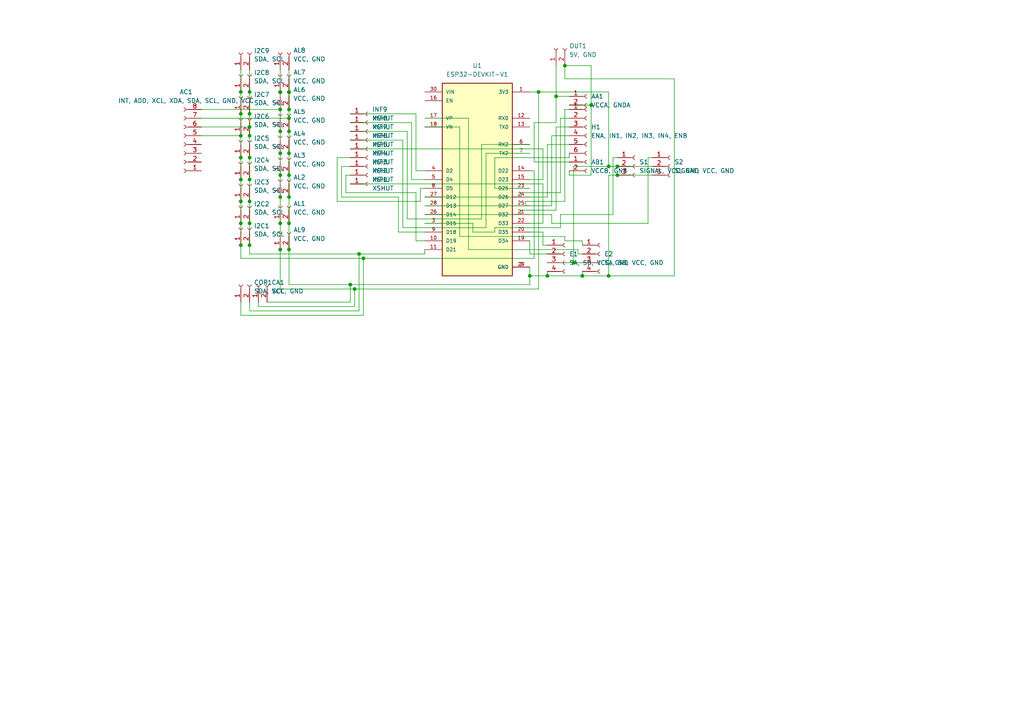
<source format=kicad_sch>
(kicad_sch
	(version 20231120)
	(generator "eeschema")
	(generator_version "8.0")
	(uuid "babef625-b733-4773-8306-7b7ce4e38761")
	(paper "A4")
	(lib_symbols
		(symbol "Connector:Conn_01x01_Socket"
			(pin_names
				(offset 1.016) hide)
			(exclude_from_sim no)
			(in_bom yes)
			(on_board yes)
			(property "Reference" "J"
				(at 0 2.54 0)
				(effects
					(font
						(size 1.27 1.27)
					)
				)
			)
			(property "Value" "Conn_01x01_Socket"
				(at 0 -2.54 0)
				(effects
					(font
						(size 1.27 1.27)
					)
				)
			)
			(property "Footprint" ""
				(at 0 0 0)
				(effects
					(font
						(size 1.27 1.27)
					)
					(hide yes)
				)
			)
			(property "Datasheet" "~"
				(at 0 0 0)
				(effects
					(font
						(size 1.27 1.27)
					)
					(hide yes)
				)
			)
			(property "Description" "Generic connector, single row, 01x01, script generated"
				(at 0 0 0)
				(effects
					(font
						(size 1.27 1.27)
					)
					(hide yes)
				)
			)
			(property "ki_locked" ""
				(at 0 0 0)
				(effects
					(font
						(size 1.27 1.27)
					)
				)
			)
			(property "ki_keywords" "connector"
				(at 0 0 0)
				(effects
					(font
						(size 1.27 1.27)
					)
					(hide yes)
				)
			)
			(property "ki_fp_filters" "Connector*:*_1x??_*"
				(at 0 0 0)
				(effects
					(font
						(size 1.27 1.27)
					)
					(hide yes)
				)
			)
			(symbol "Conn_01x01_Socket_1_1"
				(polyline
					(pts
						(xy -1.27 0) (xy -0.508 0)
					)
					(stroke
						(width 0.1524)
						(type default)
					)
					(fill
						(type none)
					)
				)
				(arc
					(start 0 0.508)
					(mid -0.5058 0)
					(end 0 -0.508)
					(stroke
						(width 0.1524)
						(type default)
					)
					(fill
						(type none)
					)
				)
				(pin passive line
					(at -5.08 0 0)
					(length 3.81)
					(name "Pin_1"
						(effects
							(font
								(size 1.27 1.27)
							)
						)
					)
					(number "1"
						(effects
							(font
								(size 1.27 1.27)
							)
						)
					)
				)
			)
		)
		(symbol "Connector:Conn_01x02_Socket"
			(pin_names
				(offset 1.016) hide)
			(exclude_from_sim no)
			(in_bom yes)
			(on_board yes)
			(property "Reference" "J"
				(at 0 2.54 0)
				(effects
					(font
						(size 1.27 1.27)
					)
				)
			)
			(property "Value" "Conn_01x02_Socket"
				(at 0 -5.08 0)
				(effects
					(font
						(size 1.27 1.27)
					)
				)
			)
			(property "Footprint" ""
				(at 0 0 0)
				(effects
					(font
						(size 1.27 1.27)
					)
					(hide yes)
				)
			)
			(property "Datasheet" "~"
				(at 0 0 0)
				(effects
					(font
						(size 1.27 1.27)
					)
					(hide yes)
				)
			)
			(property "Description" "Generic connector, single row, 01x02, script generated"
				(at 0 0 0)
				(effects
					(font
						(size 1.27 1.27)
					)
					(hide yes)
				)
			)
			(property "ki_locked" ""
				(at 0 0 0)
				(effects
					(font
						(size 1.27 1.27)
					)
				)
			)
			(property "ki_keywords" "connector"
				(at 0 0 0)
				(effects
					(font
						(size 1.27 1.27)
					)
					(hide yes)
				)
			)
			(property "ki_fp_filters" "Connector*:*_1x??_*"
				(at 0 0 0)
				(effects
					(font
						(size 1.27 1.27)
					)
					(hide yes)
				)
			)
			(symbol "Conn_01x02_Socket_1_1"
				(arc
					(start 0 -2.032)
					(mid -0.5058 -2.54)
					(end 0 -3.048)
					(stroke
						(width 0.1524)
						(type default)
					)
					(fill
						(type none)
					)
				)
				(polyline
					(pts
						(xy -1.27 -2.54) (xy -0.508 -2.54)
					)
					(stroke
						(width 0.1524)
						(type default)
					)
					(fill
						(type none)
					)
				)
				(polyline
					(pts
						(xy -1.27 0) (xy -0.508 0)
					)
					(stroke
						(width 0.1524)
						(type default)
					)
					(fill
						(type none)
					)
				)
				(arc
					(start 0 0.508)
					(mid -0.5058 0)
					(end 0 -0.508)
					(stroke
						(width 0.1524)
						(type default)
					)
					(fill
						(type none)
					)
				)
				(pin passive line
					(at -5.08 0 0)
					(length 3.81)
					(name "Pin_1"
						(effects
							(font
								(size 1.27 1.27)
							)
						)
					)
					(number "1"
						(effects
							(font
								(size 1.27 1.27)
							)
						)
					)
				)
				(pin passive line
					(at -5.08 -2.54 0)
					(length 3.81)
					(name "Pin_2"
						(effects
							(font
								(size 1.27 1.27)
							)
						)
					)
					(number "2"
						(effects
							(font
								(size 1.27 1.27)
							)
						)
					)
				)
			)
		)
		(symbol "Connector:Conn_01x03_Socket"
			(pin_names
				(offset 1.016) hide)
			(exclude_from_sim no)
			(in_bom yes)
			(on_board yes)
			(property "Reference" "J"
				(at 0 5.08 0)
				(effects
					(font
						(size 1.27 1.27)
					)
				)
			)
			(property "Value" "Conn_01x03_Socket"
				(at 0 -5.08 0)
				(effects
					(font
						(size 1.27 1.27)
					)
				)
			)
			(property "Footprint" ""
				(at 0 0 0)
				(effects
					(font
						(size 1.27 1.27)
					)
					(hide yes)
				)
			)
			(property "Datasheet" "~"
				(at 0 0 0)
				(effects
					(font
						(size 1.27 1.27)
					)
					(hide yes)
				)
			)
			(property "Description" "Generic connector, single row, 01x03, script generated"
				(at 0 0 0)
				(effects
					(font
						(size 1.27 1.27)
					)
					(hide yes)
				)
			)
			(property "ki_locked" ""
				(at 0 0 0)
				(effects
					(font
						(size 1.27 1.27)
					)
				)
			)
			(property "ki_keywords" "connector"
				(at 0 0 0)
				(effects
					(font
						(size 1.27 1.27)
					)
					(hide yes)
				)
			)
			(property "ki_fp_filters" "Connector*:*_1x??_*"
				(at 0 0 0)
				(effects
					(font
						(size 1.27 1.27)
					)
					(hide yes)
				)
			)
			(symbol "Conn_01x03_Socket_1_1"
				(arc
					(start 0 -2.032)
					(mid -0.5058 -2.54)
					(end 0 -3.048)
					(stroke
						(width 0.1524)
						(type default)
					)
					(fill
						(type none)
					)
				)
				(polyline
					(pts
						(xy -1.27 -2.54) (xy -0.508 -2.54)
					)
					(stroke
						(width 0.1524)
						(type default)
					)
					(fill
						(type none)
					)
				)
				(polyline
					(pts
						(xy -1.27 0) (xy -0.508 0)
					)
					(stroke
						(width 0.1524)
						(type default)
					)
					(fill
						(type none)
					)
				)
				(polyline
					(pts
						(xy -1.27 2.54) (xy -0.508 2.54)
					)
					(stroke
						(width 0.1524)
						(type default)
					)
					(fill
						(type none)
					)
				)
				(arc
					(start 0 0.508)
					(mid -0.5058 0)
					(end 0 -0.508)
					(stroke
						(width 0.1524)
						(type default)
					)
					(fill
						(type none)
					)
				)
				(arc
					(start 0 3.048)
					(mid -0.5058 2.54)
					(end 0 2.032)
					(stroke
						(width 0.1524)
						(type default)
					)
					(fill
						(type none)
					)
				)
				(pin passive line
					(at -5.08 2.54 0)
					(length 3.81)
					(name "Pin_1"
						(effects
							(font
								(size 1.27 1.27)
							)
						)
					)
					(number "1"
						(effects
							(font
								(size 1.27 1.27)
							)
						)
					)
				)
				(pin passive line
					(at -5.08 0 0)
					(length 3.81)
					(name "Pin_2"
						(effects
							(font
								(size 1.27 1.27)
							)
						)
					)
					(number "2"
						(effects
							(font
								(size 1.27 1.27)
							)
						)
					)
				)
				(pin passive line
					(at -5.08 -2.54 0)
					(length 3.81)
					(name "Pin_3"
						(effects
							(font
								(size 1.27 1.27)
							)
						)
					)
					(number "3"
						(effects
							(font
								(size 1.27 1.27)
							)
						)
					)
				)
			)
		)
		(symbol "Connector:Conn_01x04_Socket"
			(pin_names
				(offset 1.016) hide)
			(exclude_from_sim no)
			(in_bom yes)
			(on_board yes)
			(property "Reference" "J"
				(at 0 5.08 0)
				(effects
					(font
						(size 1.27 1.27)
					)
				)
			)
			(property "Value" "Conn_01x04_Socket"
				(at 0 -7.62 0)
				(effects
					(font
						(size 1.27 1.27)
					)
				)
			)
			(property "Footprint" ""
				(at 0 0 0)
				(effects
					(font
						(size 1.27 1.27)
					)
					(hide yes)
				)
			)
			(property "Datasheet" "~"
				(at 0 0 0)
				(effects
					(font
						(size 1.27 1.27)
					)
					(hide yes)
				)
			)
			(property "Description" "Generic connector, single row, 01x04, script generated"
				(at 0 0 0)
				(effects
					(font
						(size 1.27 1.27)
					)
					(hide yes)
				)
			)
			(property "ki_locked" ""
				(at 0 0 0)
				(effects
					(font
						(size 1.27 1.27)
					)
				)
			)
			(property "ki_keywords" "connector"
				(at 0 0 0)
				(effects
					(font
						(size 1.27 1.27)
					)
					(hide yes)
				)
			)
			(property "ki_fp_filters" "Connector*:*_1x??_*"
				(at 0 0 0)
				(effects
					(font
						(size 1.27 1.27)
					)
					(hide yes)
				)
			)
			(symbol "Conn_01x04_Socket_1_1"
				(arc
					(start 0 -4.572)
					(mid -0.5058 -5.08)
					(end 0 -5.588)
					(stroke
						(width 0.1524)
						(type default)
					)
					(fill
						(type none)
					)
				)
				(arc
					(start 0 -2.032)
					(mid -0.5058 -2.54)
					(end 0 -3.048)
					(stroke
						(width 0.1524)
						(type default)
					)
					(fill
						(type none)
					)
				)
				(polyline
					(pts
						(xy -1.27 -5.08) (xy -0.508 -5.08)
					)
					(stroke
						(width 0.1524)
						(type default)
					)
					(fill
						(type none)
					)
				)
				(polyline
					(pts
						(xy -1.27 -2.54) (xy -0.508 -2.54)
					)
					(stroke
						(width 0.1524)
						(type default)
					)
					(fill
						(type none)
					)
				)
				(polyline
					(pts
						(xy -1.27 0) (xy -0.508 0)
					)
					(stroke
						(width 0.1524)
						(type default)
					)
					(fill
						(type none)
					)
				)
				(polyline
					(pts
						(xy -1.27 2.54) (xy -0.508 2.54)
					)
					(stroke
						(width 0.1524)
						(type default)
					)
					(fill
						(type none)
					)
				)
				(arc
					(start 0 0.508)
					(mid -0.5058 0)
					(end 0 -0.508)
					(stroke
						(width 0.1524)
						(type default)
					)
					(fill
						(type none)
					)
				)
				(arc
					(start 0 3.048)
					(mid -0.5058 2.54)
					(end 0 2.032)
					(stroke
						(width 0.1524)
						(type default)
					)
					(fill
						(type none)
					)
				)
				(pin passive line
					(at -5.08 2.54 0)
					(length 3.81)
					(name "Pin_1"
						(effects
							(font
								(size 1.27 1.27)
							)
						)
					)
					(number "1"
						(effects
							(font
								(size 1.27 1.27)
							)
						)
					)
				)
				(pin passive line
					(at -5.08 0 0)
					(length 3.81)
					(name "Pin_2"
						(effects
							(font
								(size 1.27 1.27)
							)
						)
					)
					(number "2"
						(effects
							(font
								(size 1.27 1.27)
							)
						)
					)
				)
				(pin passive line
					(at -5.08 -2.54 0)
					(length 3.81)
					(name "Pin_3"
						(effects
							(font
								(size 1.27 1.27)
							)
						)
					)
					(number "3"
						(effects
							(font
								(size 1.27 1.27)
							)
						)
					)
				)
				(pin passive line
					(at -5.08 -5.08 0)
					(length 3.81)
					(name "Pin_4"
						(effects
							(font
								(size 1.27 1.27)
							)
						)
					)
					(number "4"
						(effects
							(font
								(size 1.27 1.27)
							)
						)
					)
				)
			)
		)
		(symbol "Connector:Conn_01x06_Socket"
			(pin_names
				(offset 1.016) hide)
			(exclude_from_sim no)
			(in_bom yes)
			(on_board yes)
			(property "Reference" "J"
				(at 0 7.62 0)
				(effects
					(font
						(size 1.27 1.27)
					)
				)
			)
			(property "Value" "Conn_01x06_Socket"
				(at 0 -10.16 0)
				(effects
					(font
						(size 1.27 1.27)
					)
				)
			)
			(property "Footprint" ""
				(at 0 0 0)
				(effects
					(font
						(size 1.27 1.27)
					)
					(hide yes)
				)
			)
			(property "Datasheet" "~"
				(at 0 0 0)
				(effects
					(font
						(size 1.27 1.27)
					)
					(hide yes)
				)
			)
			(property "Description" "Generic connector, single row, 01x06, script generated"
				(at 0 0 0)
				(effects
					(font
						(size 1.27 1.27)
					)
					(hide yes)
				)
			)
			(property "ki_locked" ""
				(at 0 0 0)
				(effects
					(font
						(size 1.27 1.27)
					)
				)
			)
			(property "ki_keywords" "connector"
				(at 0 0 0)
				(effects
					(font
						(size 1.27 1.27)
					)
					(hide yes)
				)
			)
			(property "ki_fp_filters" "Connector*:*_1x??_*"
				(at 0 0 0)
				(effects
					(font
						(size 1.27 1.27)
					)
					(hide yes)
				)
			)
			(symbol "Conn_01x06_Socket_1_1"
				(arc
					(start 0 -7.112)
					(mid -0.5058 -7.62)
					(end 0 -8.128)
					(stroke
						(width 0.1524)
						(type default)
					)
					(fill
						(type none)
					)
				)
				(arc
					(start 0 -4.572)
					(mid -0.5058 -5.08)
					(end 0 -5.588)
					(stroke
						(width 0.1524)
						(type default)
					)
					(fill
						(type none)
					)
				)
				(arc
					(start 0 -2.032)
					(mid -0.5058 -2.54)
					(end 0 -3.048)
					(stroke
						(width 0.1524)
						(type default)
					)
					(fill
						(type none)
					)
				)
				(polyline
					(pts
						(xy -1.27 -7.62) (xy -0.508 -7.62)
					)
					(stroke
						(width 0.1524)
						(type default)
					)
					(fill
						(type none)
					)
				)
				(polyline
					(pts
						(xy -1.27 -5.08) (xy -0.508 -5.08)
					)
					(stroke
						(width 0.1524)
						(type default)
					)
					(fill
						(type none)
					)
				)
				(polyline
					(pts
						(xy -1.27 -2.54) (xy -0.508 -2.54)
					)
					(stroke
						(width 0.1524)
						(type default)
					)
					(fill
						(type none)
					)
				)
				(polyline
					(pts
						(xy -1.27 0) (xy -0.508 0)
					)
					(stroke
						(width 0.1524)
						(type default)
					)
					(fill
						(type none)
					)
				)
				(polyline
					(pts
						(xy -1.27 2.54) (xy -0.508 2.54)
					)
					(stroke
						(width 0.1524)
						(type default)
					)
					(fill
						(type none)
					)
				)
				(polyline
					(pts
						(xy -1.27 5.08) (xy -0.508 5.08)
					)
					(stroke
						(width 0.1524)
						(type default)
					)
					(fill
						(type none)
					)
				)
				(arc
					(start 0 0.508)
					(mid -0.5058 0)
					(end 0 -0.508)
					(stroke
						(width 0.1524)
						(type default)
					)
					(fill
						(type none)
					)
				)
				(arc
					(start 0 3.048)
					(mid -0.5058 2.54)
					(end 0 2.032)
					(stroke
						(width 0.1524)
						(type default)
					)
					(fill
						(type none)
					)
				)
				(arc
					(start 0 5.588)
					(mid -0.5058 5.08)
					(end 0 4.572)
					(stroke
						(width 0.1524)
						(type default)
					)
					(fill
						(type none)
					)
				)
				(pin passive line
					(at -5.08 5.08 0)
					(length 3.81)
					(name "Pin_1"
						(effects
							(font
								(size 1.27 1.27)
							)
						)
					)
					(number "1"
						(effects
							(font
								(size 1.27 1.27)
							)
						)
					)
				)
				(pin passive line
					(at -5.08 2.54 0)
					(length 3.81)
					(name "Pin_2"
						(effects
							(font
								(size 1.27 1.27)
							)
						)
					)
					(number "2"
						(effects
							(font
								(size 1.27 1.27)
							)
						)
					)
				)
				(pin passive line
					(at -5.08 0 0)
					(length 3.81)
					(name "Pin_3"
						(effects
							(font
								(size 1.27 1.27)
							)
						)
					)
					(number "3"
						(effects
							(font
								(size 1.27 1.27)
							)
						)
					)
				)
				(pin passive line
					(at -5.08 -2.54 0)
					(length 3.81)
					(name "Pin_4"
						(effects
							(font
								(size 1.27 1.27)
							)
						)
					)
					(number "4"
						(effects
							(font
								(size 1.27 1.27)
							)
						)
					)
				)
				(pin passive line
					(at -5.08 -5.08 0)
					(length 3.81)
					(name "Pin_5"
						(effects
							(font
								(size 1.27 1.27)
							)
						)
					)
					(number "5"
						(effects
							(font
								(size 1.27 1.27)
							)
						)
					)
				)
				(pin passive line
					(at -5.08 -7.62 0)
					(length 3.81)
					(name "Pin_6"
						(effects
							(font
								(size 1.27 1.27)
							)
						)
					)
					(number "6"
						(effects
							(font
								(size 1.27 1.27)
							)
						)
					)
				)
			)
		)
		(symbol "Connector:Conn_01x08_Socket"
			(pin_names
				(offset 1.016) hide)
			(exclude_from_sim no)
			(in_bom yes)
			(on_board yes)
			(property "Reference" "J"
				(at 0 10.16 0)
				(effects
					(font
						(size 1.27 1.27)
					)
				)
			)
			(property "Value" "Conn_01x08_Socket"
				(at 0 -12.7 0)
				(effects
					(font
						(size 1.27 1.27)
					)
				)
			)
			(property "Footprint" ""
				(at 0 0 0)
				(effects
					(font
						(size 1.27 1.27)
					)
					(hide yes)
				)
			)
			(property "Datasheet" "~"
				(at 0 0 0)
				(effects
					(font
						(size 1.27 1.27)
					)
					(hide yes)
				)
			)
			(property "Description" "Generic connector, single row, 01x08, script generated"
				(at 0 0 0)
				(effects
					(font
						(size 1.27 1.27)
					)
					(hide yes)
				)
			)
			(property "ki_locked" ""
				(at 0 0 0)
				(effects
					(font
						(size 1.27 1.27)
					)
				)
			)
			(property "ki_keywords" "connector"
				(at 0 0 0)
				(effects
					(font
						(size 1.27 1.27)
					)
					(hide yes)
				)
			)
			(property "ki_fp_filters" "Connector*:*_1x??_*"
				(at 0 0 0)
				(effects
					(font
						(size 1.27 1.27)
					)
					(hide yes)
				)
			)
			(symbol "Conn_01x08_Socket_1_1"
				(arc
					(start 0 -9.652)
					(mid -0.5058 -10.16)
					(end 0 -10.668)
					(stroke
						(width 0.1524)
						(type default)
					)
					(fill
						(type none)
					)
				)
				(arc
					(start 0 -7.112)
					(mid -0.5058 -7.62)
					(end 0 -8.128)
					(stroke
						(width 0.1524)
						(type default)
					)
					(fill
						(type none)
					)
				)
				(arc
					(start 0 -4.572)
					(mid -0.5058 -5.08)
					(end 0 -5.588)
					(stroke
						(width 0.1524)
						(type default)
					)
					(fill
						(type none)
					)
				)
				(arc
					(start 0 -2.032)
					(mid -0.5058 -2.54)
					(end 0 -3.048)
					(stroke
						(width 0.1524)
						(type default)
					)
					(fill
						(type none)
					)
				)
				(polyline
					(pts
						(xy -1.27 -10.16) (xy -0.508 -10.16)
					)
					(stroke
						(width 0.1524)
						(type default)
					)
					(fill
						(type none)
					)
				)
				(polyline
					(pts
						(xy -1.27 -7.62) (xy -0.508 -7.62)
					)
					(stroke
						(width 0.1524)
						(type default)
					)
					(fill
						(type none)
					)
				)
				(polyline
					(pts
						(xy -1.27 -5.08) (xy -0.508 -5.08)
					)
					(stroke
						(width 0.1524)
						(type default)
					)
					(fill
						(type none)
					)
				)
				(polyline
					(pts
						(xy -1.27 -2.54) (xy -0.508 -2.54)
					)
					(stroke
						(width 0.1524)
						(type default)
					)
					(fill
						(type none)
					)
				)
				(polyline
					(pts
						(xy -1.27 0) (xy -0.508 0)
					)
					(stroke
						(width 0.1524)
						(type default)
					)
					(fill
						(type none)
					)
				)
				(polyline
					(pts
						(xy -1.27 2.54) (xy -0.508 2.54)
					)
					(stroke
						(width 0.1524)
						(type default)
					)
					(fill
						(type none)
					)
				)
				(polyline
					(pts
						(xy -1.27 5.08) (xy -0.508 5.08)
					)
					(stroke
						(width 0.1524)
						(type default)
					)
					(fill
						(type none)
					)
				)
				(polyline
					(pts
						(xy -1.27 7.62) (xy -0.508 7.62)
					)
					(stroke
						(width 0.1524)
						(type default)
					)
					(fill
						(type none)
					)
				)
				(arc
					(start 0 0.508)
					(mid -0.5058 0)
					(end 0 -0.508)
					(stroke
						(width 0.1524)
						(type default)
					)
					(fill
						(type none)
					)
				)
				(arc
					(start 0 3.048)
					(mid -0.5058 2.54)
					(end 0 2.032)
					(stroke
						(width 0.1524)
						(type default)
					)
					(fill
						(type none)
					)
				)
				(arc
					(start 0 5.588)
					(mid -0.5058 5.08)
					(end 0 4.572)
					(stroke
						(width 0.1524)
						(type default)
					)
					(fill
						(type none)
					)
				)
				(arc
					(start 0 8.128)
					(mid -0.5058 7.62)
					(end 0 7.112)
					(stroke
						(width 0.1524)
						(type default)
					)
					(fill
						(type none)
					)
				)
				(pin passive line
					(at -5.08 7.62 0)
					(length 3.81)
					(name "Pin_1"
						(effects
							(font
								(size 1.27 1.27)
							)
						)
					)
					(number "1"
						(effects
							(font
								(size 1.27 1.27)
							)
						)
					)
				)
				(pin passive line
					(at -5.08 5.08 0)
					(length 3.81)
					(name "Pin_2"
						(effects
							(font
								(size 1.27 1.27)
							)
						)
					)
					(number "2"
						(effects
							(font
								(size 1.27 1.27)
							)
						)
					)
				)
				(pin passive line
					(at -5.08 2.54 0)
					(length 3.81)
					(name "Pin_3"
						(effects
							(font
								(size 1.27 1.27)
							)
						)
					)
					(number "3"
						(effects
							(font
								(size 1.27 1.27)
							)
						)
					)
				)
				(pin passive line
					(at -5.08 0 0)
					(length 3.81)
					(name "Pin_4"
						(effects
							(font
								(size 1.27 1.27)
							)
						)
					)
					(number "4"
						(effects
							(font
								(size 1.27 1.27)
							)
						)
					)
				)
				(pin passive line
					(at -5.08 -2.54 0)
					(length 3.81)
					(name "Pin_5"
						(effects
							(font
								(size 1.27 1.27)
							)
						)
					)
					(number "5"
						(effects
							(font
								(size 1.27 1.27)
							)
						)
					)
				)
				(pin passive line
					(at -5.08 -5.08 0)
					(length 3.81)
					(name "Pin_6"
						(effects
							(font
								(size 1.27 1.27)
							)
						)
					)
					(number "6"
						(effects
							(font
								(size 1.27 1.27)
							)
						)
					)
				)
				(pin passive line
					(at -5.08 -7.62 0)
					(length 3.81)
					(name "Pin_7"
						(effects
							(font
								(size 1.27 1.27)
							)
						)
					)
					(number "7"
						(effects
							(font
								(size 1.27 1.27)
							)
						)
					)
				)
				(pin passive line
					(at -5.08 -10.16 0)
					(length 3.81)
					(name "Pin_8"
						(effects
							(font
								(size 1.27 1.27)
							)
						)
					)
					(number "8"
						(effects
							(font
								(size 1.27 1.27)
							)
						)
					)
				)
			)
		)
		(symbol "ESP32-DEVKIT-V1:ESP32-DEVKIT-V1"
			(pin_names
				(offset 1.016)
			)
			(exclude_from_sim no)
			(in_bom yes)
			(on_board yes)
			(property "Reference" "U"
				(at -10.16 30.48 0)
				(effects
					(font
						(size 1.27 1.27)
					)
					(justify left top)
				)
			)
			(property "Value" "ESP32-DEVKIT-V1"
				(at -10.16 -30.48 0)
				(effects
					(font
						(size 1.27 1.27)
					)
					(justify left bottom)
				)
			)
			(property "Footprint" "ESP32-DEVKIT-V1:MODULE_ESP32_DEVKIT_V1"
				(at 0 0 0)
				(effects
					(font
						(size 1.27 1.27)
					)
					(justify bottom)
					(hide yes)
				)
			)
			(property "Datasheet" ""
				(at 0 0 0)
				(effects
					(font
						(size 1.27 1.27)
					)
					(hide yes)
				)
			)
			(property "Description" ""
				(at 0 0 0)
				(effects
					(font
						(size 1.27 1.27)
					)
					(hide yes)
				)
			)
			(property "MF" "Do it"
				(at 0 0 0)
				(effects
					(font
						(size 1.27 1.27)
					)
					(justify bottom)
					(hide yes)
				)
			)
			(property "MAXIMUM_PACKAGE_HEIGHT" "6.8 mm"
				(at 0 0 0)
				(effects
					(font
						(size 1.27 1.27)
					)
					(justify bottom)
					(hide yes)
				)
			)
			(property "Package" "None"
				(at 0 0 0)
				(effects
					(font
						(size 1.27 1.27)
					)
					(justify bottom)
					(hide yes)
				)
			)
			(property "Price" "None"
				(at 0 0 0)
				(effects
					(font
						(size 1.27 1.27)
					)
					(justify bottom)
					(hide yes)
				)
			)
			(property "Check_prices" "https://www.snapeda.com/parts/ESP32-DEVKIT-V1/Do+it/view-part/?ref=eda"
				(at 0 0 0)
				(effects
					(font
						(size 1.27 1.27)
					)
					(justify bottom)
					(hide yes)
				)
			)
			(property "STANDARD" "Manufacturer Recommendations"
				(at 0 0 0)
				(effects
					(font
						(size 1.27 1.27)
					)
					(justify bottom)
					(hide yes)
				)
			)
			(property "PARTREV" "N/A"
				(at 0 0 0)
				(effects
					(font
						(size 1.27 1.27)
					)
					(justify bottom)
					(hide yes)
				)
			)
			(property "SnapEDA_Link" "https://www.snapeda.com/parts/ESP32-DEVKIT-V1/Do+it/view-part/?ref=snap"
				(at 0 0 0)
				(effects
					(font
						(size 1.27 1.27)
					)
					(justify bottom)
					(hide yes)
				)
			)
			(property "MP" "ESP32-DEVKIT-V1"
				(at 0 0 0)
				(effects
					(font
						(size 1.27 1.27)
					)
					(justify bottom)
					(hide yes)
				)
			)
			(property "Description_1" "\n                        \n                            Dual core, Wi-Fi: 2.4 GHz up to 150 Mbits/s,BLE (Bluetooth Low Energy) and legacy Bluetooth, 32 bits, Up to 240 MHz\n                        \n"
				(at 0 0 0)
				(effects
					(font
						(size 1.27 1.27)
					)
					(justify bottom)
					(hide yes)
				)
			)
			(property "Availability" "Not in stock"
				(at 0 0 0)
				(effects
					(font
						(size 1.27 1.27)
					)
					(justify bottom)
					(hide yes)
				)
			)
			(property "MANUFACTURER" "DOIT"
				(at 0 0 0)
				(effects
					(font
						(size 1.27 1.27)
					)
					(justify bottom)
					(hide yes)
				)
			)
			(symbol "ESP32-DEVKIT-V1_0_0"
				(rectangle
					(start -10.16 -27.94)
					(end 10.16 27.94)
					(stroke
						(width 0.254)
						(type default)
					)
					(fill
						(type background)
					)
				)
				(pin output line
					(at 15.24 25.4 180)
					(length 5.08)
					(name "3V3"
						(effects
							(font
								(size 1.016 1.016)
							)
						)
					)
					(number "1"
						(effects
							(font
								(size 1.016 1.016)
							)
						)
					)
				)
				(pin bidirectional line
					(at -15.24 -17.78 0)
					(length 5.08)
					(name "D19"
						(effects
							(font
								(size 1.016 1.016)
							)
						)
					)
					(number "10"
						(effects
							(font
								(size 1.016 1.016)
							)
						)
					)
				)
				(pin bidirectional line
					(at -15.24 -20.32 0)
					(length 5.08)
					(name "D21"
						(effects
							(font
								(size 1.016 1.016)
							)
						)
					)
					(number "11"
						(effects
							(font
								(size 1.016 1.016)
							)
						)
					)
				)
				(pin input line
					(at 15.24 17.78 180)
					(length 5.08)
					(name "RX0"
						(effects
							(font
								(size 1.016 1.016)
							)
						)
					)
					(number "12"
						(effects
							(font
								(size 1.016 1.016)
							)
						)
					)
				)
				(pin output line
					(at 15.24 15.24 180)
					(length 5.08)
					(name "TX0"
						(effects
							(font
								(size 1.016 1.016)
							)
						)
					)
					(number "13"
						(effects
							(font
								(size 1.016 1.016)
							)
						)
					)
				)
				(pin bidirectional line
					(at 15.24 2.54 180)
					(length 5.08)
					(name "D22"
						(effects
							(font
								(size 1.016 1.016)
							)
						)
					)
					(number "14"
						(effects
							(font
								(size 1.016 1.016)
							)
						)
					)
				)
				(pin bidirectional line
					(at 15.24 0 180)
					(length 5.08)
					(name "D23"
						(effects
							(font
								(size 1.016 1.016)
							)
						)
					)
					(number "15"
						(effects
							(font
								(size 1.016 1.016)
							)
						)
					)
				)
				(pin input line
					(at -15.24 22.86 0)
					(length 5.08)
					(name "EN"
						(effects
							(font
								(size 1.016 1.016)
							)
						)
					)
					(number "16"
						(effects
							(font
								(size 1.016 1.016)
							)
						)
					)
				)
				(pin bidirectional line
					(at -15.24 17.78 0)
					(length 5.08)
					(name "VP"
						(effects
							(font
								(size 1.016 1.016)
							)
						)
					)
					(number "17"
						(effects
							(font
								(size 1.016 1.016)
							)
						)
					)
				)
				(pin bidirectional line
					(at -15.24 15.24 0)
					(length 5.08)
					(name "VN"
						(effects
							(font
								(size 1.016 1.016)
							)
						)
					)
					(number "18"
						(effects
							(font
								(size 1.016 1.016)
							)
						)
					)
				)
				(pin bidirectional line
					(at 15.24 -17.78 180)
					(length 5.08)
					(name "D34"
						(effects
							(font
								(size 1.016 1.016)
							)
						)
					)
					(number "19"
						(effects
							(font
								(size 1.016 1.016)
							)
						)
					)
				)
				(pin power_in line
					(at 15.24 -25.4 180)
					(length 5.08)
					(name "GND"
						(effects
							(font
								(size 1.016 1.016)
							)
						)
					)
					(number "2"
						(effects
							(font
								(size 1.016 1.016)
							)
						)
					)
				)
				(pin bidirectional line
					(at 15.24 -15.24 180)
					(length 5.08)
					(name "D35"
						(effects
							(font
								(size 1.016 1.016)
							)
						)
					)
					(number "20"
						(effects
							(font
								(size 1.016 1.016)
							)
						)
					)
				)
				(pin bidirectional line
					(at 15.24 -10.16 180)
					(length 5.08)
					(name "D32"
						(effects
							(font
								(size 1.016 1.016)
							)
						)
					)
					(number "21"
						(effects
							(font
								(size 1.016 1.016)
							)
						)
					)
				)
				(pin bidirectional line
					(at 15.24 -12.7 180)
					(length 5.08)
					(name "D33"
						(effects
							(font
								(size 1.016 1.016)
							)
						)
					)
					(number "22"
						(effects
							(font
								(size 1.016 1.016)
							)
						)
					)
				)
				(pin bidirectional line
					(at 15.24 -2.54 180)
					(length 5.08)
					(name "D25"
						(effects
							(font
								(size 1.016 1.016)
							)
						)
					)
					(number "23"
						(effects
							(font
								(size 1.016 1.016)
							)
						)
					)
				)
				(pin bidirectional line
					(at 15.24 -5.08 180)
					(length 5.08)
					(name "D26"
						(effects
							(font
								(size 1.016 1.016)
							)
						)
					)
					(number "24"
						(effects
							(font
								(size 1.016 1.016)
							)
						)
					)
				)
				(pin bidirectional line
					(at 15.24 -7.62 180)
					(length 5.08)
					(name "D27"
						(effects
							(font
								(size 1.016 1.016)
							)
						)
					)
					(number "25"
						(effects
							(font
								(size 1.016 1.016)
							)
						)
					)
				)
				(pin bidirectional line
					(at -15.24 -10.16 0)
					(length 5.08)
					(name "D14"
						(effects
							(font
								(size 1.016 1.016)
							)
						)
					)
					(number "26"
						(effects
							(font
								(size 1.016 1.016)
							)
						)
					)
				)
				(pin bidirectional line
					(at -15.24 -5.08 0)
					(length 5.08)
					(name "D12"
						(effects
							(font
								(size 1.016 1.016)
							)
						)
					)
					(number "27"
						(effects
							(font
								(size 1.016 1.016)
							)
						)
					)
				)
				(pin bidirectional line
					(at -15.24 -7.62 0)
					(length 5.08)
					(name "D13"
						(effects
							(font
								(size 1.016 1.016)
							)
						)
					)
					(number "28"
						(effects
							(font
								(size 1.016 1.016)
							)
						)
					)
				)
				(pin power_in line
					(at 15.24 -25.4 180)
					(length 5.08)
					(name "GND"
						(effects
							(font
								(size 1.016 1.016)
							)
						)
					)
					(number "29"
						(effects
							(font
								(size 1.016 1.016)
							)
						)
					)
				)
				(pin bidirectional line
					(at -15.24 -12.7 0)
					(length 5.08)
					(name "D15"
						(effects
							(font
								(size 1.016 1.016)
							)
						)
					)
					(number "3"
						(effects
							(font
								(size 1.016 1.016)
							)
						)
					)
				)
				(pin input line
					(at -15.24 25.4 0)
					(length 5.08)
					(name "VIN"
						(effects
							(font
								(size 1.016 1.016)
							)
						)
					)
					(number "30"
						(effects
							(font
								(size 1.016 1.016)
							)
						)
					)
				)
				(pin bidirectional line
					(at -15.24 2.54 0)
					(length 5.08)
					(name "D2"
						(effects
							(font
								(size 1.016 1.016)
							)
						)
					)
					(number "4"
						(effects
							(font
								(size 1.016 1.016)
							)
						)
					)
				)
				(pin bidirectional line
					(at -15.24 0 0)
					(length 5.08)
					(name "D4"
						(effects
							(font
								(size 1.016 1.016)
							)
						)
					)
					(number "5"
						(effects
							(font
								(size 1.016 1.016)
							)
						)
					)
				)
				(pin input line
					(at 15.24 10.16 180)
					(length 5.08)
					(name "RX2"
						(effects
							(font
								(size 1.016 1.016)
							)
						)
					)
					(number "6"
						(effects
							(font
								(size 1.016 1.016)
							)
						)
					)
				)
				(pin output line
					(at 15.24 7.62 180)
					(length 5.08)
					(name "TX2"
						(effects
							(font
								(size 1.016 1.016)
							)
						)
					)
					(number "7"
						(effects
							(font
								(size 1.016 1.016)
							)
						)
					)
				)
				(pin bidirectional line
					(at -15.24 -2.54 0)
					(length 5.08)
					(name "D5"
						(effects
							(font
								(size 1.016 1.016)
							)
						)
					)
					(number "8"
						(effects
							(font
								(size 1.016 1.016)
							)
						)
					)
				)
				(pin bidirectional line
					(at -15.24 -15.24 0)
					(length 5.08)
					(name "D18"
						(effects
							(font
								(size 1.016 1.016)
							)
						)
					)
					(number "9"
						(effects
							(font
								(size 1.016 1.016)
							)
						)
					)
				)
			)
		)
	)
	(junction
		(at 156.21 26.67)
		(diameter 0)
		(color 0 0 0 0)
		(uuid "024335cd-88ff-4168-82fd-1a86b934ff91")
	)
	(junction
		(at 72.39 36.83)
		(diameter 0)
		(color 0 0 0 0)
		(uuid "137a6bff-c4e8-43e2-8e4a-34b6c975dde4")
	)
	(junction
		(at 83.82 34.29)
		(diameter 0)
		(color 0 0 0 0)
		(uuid "198806eb-a7ef-4009-ba02-0cc126ba758e")
	)
	(junction
		(at 72.39 45.72)
		(diameter 0)
		(color 0 0 0 0)
		(uuid "1ed13b65-7260-4a49-ac9f-8d58b9578390")
	)
	(junction
		(at 72.39 64.77)
		(diameter 0)
		(color 0 0 0 0)
		(uuid "1edcf75e-38a1-4041-9903-fc19e0f7cc41")
	)
	(junction
		(at 69.85 39.37)
		(diameter 0)
		(color 0 0 0 0)
		(uuid "1ffcde95-b7ac-4f68-bca9-6400fcdedbf0")
	)
	(junction
		(at 81.28 72.39)
		(diameter 0)
		(color 0 0 0 0)
		(uuid "222be573-d29c-4018-b3e1-ea5c6ac6c944")
	)
	(junction
		(at 161.29 27.94)
		(diameter 0)
		(color 0 0 0 0)
		(uuid "2d587d56-4642-439e-9f69-bf458f6ff79b")
	)
	(junction
		(at 83.82 38.1)
		(diameter 0)
		(color 0 0 0 0)
		(uuid "37c3e919-b9fc-42c6-8508-a9368fbbbcad")
	)
	(junction
		(at 72.39 39.37)
		(diameter 0)
		(color 0 0 0 0)
		(uuid "38a64bd2-0590-499a-9b80-68ece3f97cb2")
	)
	(junction
		(at 153.67 80.01)
		(diameter 0)
		(color 0 0 0 0)
		(uuid "45a672ad-0052-47d2-87d7-f8c7fa4c9ddc")
	)
	(junction
		(at 104.14 73.66)
		(diameter 0)
		(color 0 0 0 0)
		(uuid "4bf07b6b-b31b-40a2-a689-38546644dfdb")
	)
	(junction
		(at 69.85 64.77)
		(diameter 0)
		(color 0 0 0 0)
		(uuid "4d46c841-ee9d-4455-84b3-ec934e5aea9a")
	)
	(junction
		(at 101.6 82.55)
		(diameter 0)
		(color 0 0 0 0)
		(uuid "508dda0b-d88c-418c-aa81-09995ebcd1c8")
	)
	(junction
		(at 83.82 44.45)
		(diameter 0)
		(color 0 0 0 0)
		(uuid "50983ffc-0400-489c-a93d-4d33d72017f9")
	)
	(junction
		(at 72.39 33.02)
		(diameter 0)
		(color 0 0 0 0)
		(uuid "52b0bc5c-6c30-4a5a-8bdc-542fe995fc09")
	)
	(junction
		(at 158.75 80.01)
		(diameter 0)
		(color 0 0 0 0)
		(uuid "532796d0-460a-4f10-b4cc-904d9c119344")
	)
	(junction
		(at 69.85 58.42)
		(diameter 0)
		(color 0 0 0 0)
		(uuid "557cc434-ea6d-4d17-8a5d-f616eeb2629c")
	)
	(junction
		(at 81.28 44.45)
		(diameter 0)
		(color 0 0 0 0)
		(uuid "5619fc77-f6ee-4caf-8329-96d71a3e67f1")
	)
	(junction
		(at 69.85 71.12)
		(diameter 0)
		(color 0 0 0 0)
		(uuid "5a3b0904-6edb-4ea2-ac5f-e819aca2036a")
	)
	(junction
		(at 83.82 57.15)
		(diameter 0)
		(color 0 0 0 0)
		(uuid "60b50402-8858-47a1-97db-f2a115098a5b")
	)
	(junction
		(at 81.28 38.1)
		(diameter 0)
		(color 0 0 0 0)
		(uuid "6610685f-2b27-4003-b443-4b09f5b42827")
	)
	(junction
		(at 83.82 31.75)
		(diameter 0)
		(color 0 0 0 0)
		(uuid "664a4f42-fda7-496e-af71-577499924c80")
	)
	(junction
		(at 168.91 80.01)
		(diameter 0)
		(color 0 0 0 0)
		(uuid "6c93c5e1-1ede-458d-880a-aa466167e3db")
	)
	(junction
		(at 176.53 48.26)
		(diameter 0)
		(color 0 0 0 0)
		(uuid "732f5b8d-b480-4a1a-a0df-a5659b7fff0a")
	)
	(junction
		(at 81.28 50.8)
		(diameter 0)
		(color 0 0 0 0)
		(uuid "7ce3f99e-d581-47f1-8449-aa6c717565ed")
	)
	(junction
		(at 81.28 64.77)
		(diameter 0)
		(color 0 0 0 0)
		(uuid "852f76fd-2683-4089-9811-3dbff1cc6689")
	)
	(junction
		(at 69.85 26.67)
		(diameter 0)
		(color 0 0 0 0)
		(uuid "8955bcbb-51b1-45cb-b314-9019b949af7a")
	)
	(junction
		(at 102.87 83.82)
		(diameter 0)
		(color 0 0 0 0)
		(uuid "89e0ba54-842b-492f-b232-a49213ae6658")
	)
	(junction
		(at 69.85 52.07)
		(diameter 0)
		(color 0 0 0 0)
		(uuid "908390fe-4625-450f-b371-99f5ce254d65")
	)
	(junction
		(at 83.82 72.39)
		(diameter 0)
		(color 0 0 0 0)
		(uuid "90fe924e-d41a-4307-b629-4deeb6afd20e")
	)
	(junction
		(at 171.45 30.48)
		(diameter 0)
		(color 0 0 0 0)
		(uuid "92b54055-ccc9-4418-b532-74d0439b19e4")
	)
	(junction
		(at 72.39 52.07)
		(diameter 0)
		(color 0 0 0 0)
		(uuid "981b0d23-0c97-4c8b-8a98-ce1715d7e10c")
	)
	(junction
		(at 179.07 50.8)
		(diameter 0)
		(color 0 0 0 0)
		(uuid "99dfdd59-5787-49f3-b22b-92cb0283e6cf")
	)
	(junction
		(at 72.39 71.12)
		(diameter 0)
		(color 0 0 0 0)
		(uuid "9f9b16de-e0ab-48b3-a2d4-28b97abcc543")
	)
	(junction
		(at 81.28 57.15)
		(diameter 0)
		(color 0 0 0 0)
		(uuid "b49ab9e3-2690-4eeb-989a-9be37499be82")
	)
	(junction
		(at 83.82 26.67)
		(diameter 0)
		(color 0 0 0 0)
		(uuid "b4f09595-4b25-45a0-a181-f2a419caa346")
	)
	(junction
		(at 69.85 33.02)
		(diameter 0)
		(color 0 0 0 0)
		(uuid "ba0f3062-7bab-47d2-bac7-ab150e07c115")
	)
	(junction
		(at 72.39 58.42)
		(diameter 0)
		(color 0 0 0 0)
		(uuid "bce10fd0-033f-4037-9614-6750ff842c7c")
	)
	(junction
		(at 176.53 80.01)
		(diameter 0)
		(color 0 0 0 0)
		(uuid "bd70c45e-b5b0-46f7-952e-463492e16e14")
	)
	(junction
		(at 83.82 50.8)
		(diameter 0)
		(color 0 0 0 0)
		(uuid "c05fb36d-1b31-43ee-80a8-5a871fc70d4d")
	)
	(junction
		(at 69.85 45.72)
		(diameter 0)
		(color 0 0 0 0)
		(uuid "c1672d1c-95b9-4b19-8b16-650656151a1f")
	)
	(junction
		(at 166.37 76.2)
		(diameter 0)
		(color 0 0 0 0)
		(uuid "c5bd8c24-56e0-4fe9-bdc5-0a58e8ba1fb9")
	)
	(junction
		(at 81.28 31.75)
		(diameter 0)
		(color 0 0 0 0)
		(uuid "cc0e5408-6a44-4b55-9517-1a479da4abe7")
	)
	(junction
		(at 83.82 64.77)
		(diameter 0)
		(color 0 0 0 0)
		(uuid "d61d23b6-2dad-4ce3-b141-f73713286d7a")
	)
	(junction
		(at 163.83 19.05)
		(diameter 0)
		(color 0 0 0 0)
		(uuid "d72165e0-9a47-4753-a60f-c83cce298b0b")
	)
	(junction
		(at 72.39 26.67)
		(diameter 0)
		(color 0 0 0 0)
		(uuid "e41a1c87-7260-4e52-b263-66460ff997d4")
	)
	(junction
		(at 105.41 74.93)
		(diameter 0)
		(color 0 0 0 0)
		(uuid "ef389b5b-c147-4cc4-b6f2-b8134515fbb6")
	)
	(junction
		(at 179.07 48.26)
		(diameter 0)
		(color 0 0 0 0)
		(uuid "f1cfa3a9-dec6-4cbf-af9b-da18809be386")
	)
	(junction
		(at 81.28 26.67)
		(diameter 0)
		(color 0 0 0 0)
		(uuid "fe124708-2de2-493f-a36c-2cc93e9b9bc0")
	)
	(wire
		(pts
			(xy 58.42 36.83) (xy 72.39 36.83)
		)
		(stroke
			(width 0)
			(type default)
		)
		(uuid "015ffb3e-dcce-4c87-a7b6-cdab57140eae")
	)
	(wire
		(pts
			(xy 153.67 77.47) (xy 153.67 80.01)
		)
		(stroke
			(width 0)
			(type default)
		)
		(uuid "030e5241-ee59-464d-b9d5-0c8a38d10f37")
	)
	(wire
		(pts
			(xy 83.82 31.75) (xy 83.82 34.29)
		)
		(stroke
			(width 0)
			(type default)
		)
		(uuid "03b12e6e-56fb-4ba4-b70d-1bc02bfc0fb9")
	)
	(wire
		(pts
			(xy 168.91 73.66) (xy 167.64 73.66)
		)
		(stroke
			(width 0)
			(type default)
		)
		(uuid "045afc3c-999f-4f38-a312-6a4e874d4089")
	)
	(wire
		(pts
			(xy 72.39 73.66) (xy 104.14 73.66)
		)
		(stroke
			(width 0)
			(type default)
		)
		(uuid "06208bd7-80e7-498c-b060-966f2287b20c")
	)
	(wire
		(pts
			(xy 176.53 80.01) (xy 195.58 80.01)
		)
		(stroke
			(width 0)
			(type default)
		)
		(uuid "07489620-1ffe-4f85-90f8-0e81cb46402e")
	)
	(wire
		(pts
			(xy 162.56 62.23) (xy 177.8 62.23)
		)
		(stroke
			(width 0)
			(type default)
		)
		(uuid "07895a71-cf57-4182-8a00-6b7614b51b1b")
	)
	(wire
		(pts
			(xy 72.39 87.63) (xy 72.39 90.17)
		)
		(stroke
			(width 0)
			(type default)
		)
		(uuid "0b31d118-9bb9-4426-8ee2-3ca4f7f92ace")
	)
	(wire
		(pts
			(xy 161.29 19.05) (xy 161.29 27.94)
		)
		(stroke
			(width 0)
			(type default)
		)
		(uuid "0b51895e-78a3-4dac-b6a4-5252d8223362")
	)
	(wire
		(pts
			(xy 171.45 30.48) (xy 171.45 19.05)
		)
		(stroke
			(width 0)
			(type default)
		)
		(uuid "0c34c589-903b-4add-a49a-72dbaeaa5832")
	)
	(wire
		(pts
			(xy 167.64 72.39) (xy 135.89 72.39)
		)
		(stroke
			(width 0)
			(type default)
		)
		(uuid "0d27e39c-e855-44dc-b05a-bb5c85e3c47f")
	)
	(wire
		(pts
			(xy 160.02 64.77) (xy 187.96 64.77)
		)
		(stroke
			(width 0)
			(type default)
		)
		(uuid "0dba9262-2437-4ac4-9af0-6298ab1b6a55")
	)
	(wire
		(pts
			(xy 157.48 53.34) (xy 157.48 64.77)
		)
		(stroke
			(width 0)
			(type default)
		)
		(uuid "10e0b8d5-2697-4f85-8206-8e926ef2d342")
	)
	(wire
		(pts
			(xy 101.6 43.18) (xy 157.48 43.18)
		)
		(stroke
			(width 0)
			(type default)
		)
		(uuid "10e745a3-a3be-402e-b844-e733662430c9")
	)
	(wire
		(pts
			(xy 104.14 90.17) (xy 104.14 73.66)
		)
		(stroke
			(width 0)
			(type default)
		)
		(uuid "1115813e-d445-43f6-868a-301369c83c29")
	)
	(wire
		(pts
			(xy 135.89 72.39) (xy 135.89 34.29)
		)
		(stroke
			(width 0)
			(type default)
		)
		(uuid "11a7e272-7bc3-404c-826c-6791eadc54cc")
	)
	(wire
		(pts
			(xy 161.29 35.56) (xy 154.94 35.56)
		)
		(stroke
			(width 0)
			(type default)
		)
		(uuid "11ebacda-fb6c-40a9-9313-ce65b72aeab8")
	)
	(wire
		(pts
			(xy 69.85 64.77) (xy 69.85 71.12)
		)
		(stroke
			(width 0)
			(type default)
		)
		(uuid "126b07d4-4d70-4373-b8b3-b8cb60ccbd2b")
	)
	(wire
		(pts
			(xy 156.21 26.67) (xy 176.53 26.67)
		)
		(stroke
			(width 0)
			(type default)
		)
		(uuid "14a132fe-a661-4f87-b0ae-a2141ec40052")
	)
	(wire
		(pts
			(xy 143.51 54.61) (xy 143.51 45.72)
		)
		(stroke
			(width 0)
			(type default)
		)
		(uuid "14f2d297-4312-4b54-aee9-1edd2e81e1f9")
	)
	(wire
		(pts
			(xy 74.93 88.9) (xy 102.87 88.9)
		)
		(stroke
			(width 0)
			(type default)
		)
		(uuid "14ff2b67-8724-4d88-8a03-eabe3092bdc0")
	)
	(wire
		(pts
			(xy 119.38 52.07) (xy 119.38 35.56)
		)
		(stroke
			(width 0)
			(type default)
		)
		(uuid "16e8ca42-666f-4817-acdc-6900d6e98673")
	)
	(wire
		(pts
			(xy 120.65 55.88) (xy 120.65 69.85)
		)
		(stroke
			(width 0)
			(type default)
		)
		(uuid "173cdd94-1e09-4562-8a15-88babf793294")
	)
	(wire
		(pts
			(xy 176.53 50.8) (xy 176.53 80.01)
		)
		(stroke
			(width 0)
			(type default)
		)
		(uuid "1d550f76-3343-4823-ad2d-f2bcb340caba")
	)
	(wire
		(pts
			(xy 160.02 59.69) (xy 160.02 39.37)
		)
		(stroke
			(width 0)
			(type default)
		)
		(uuid "2164e222-e4c8-47ec-8734-94dd22b97648")
	)
	(wire
		(pts
			(xy 153.67 64.77) (xy 157.48 64.77)
		)
		(stroke
			(width 0)
			(type default)
		)
		(uuid "21a6b208-ea5f-4cd0-b8b3-6c41f6c3c6f3")
	)
	(wire
		(pts
			(xy 168.91 80.01) (xy 158.75 80.01)
		)
		(stroke
			(width 0)
			(type default)
		)
		(uuid "2291bf66-4373-4147-b42f-959657d1ed80")
	)
	(wire
		(pts
			(xy 81.28 38.1) (xy 81.28 44.45)
		)
		(stroke
			(width 0)
			(type default)
		)
		(uuid "23c7bae8-7de8-45e1-9bbc-b15058d319b4")
	)
	(wire
		(pts
			(xy 115.57 67.31) (xy 123.19 67.31)
		)
		(stroke
			(width 0)
			(type default)
		)
		(uuid "247879d2-6c57-4bd6-985d-f3741756b508")
	)
	(wire
		(pts
			(xy 152.4 59.69) (xy 152.4 58.42)
		)
		(stroke
			(width 0)
			(type default)
		)
		(uuid "26296382-39b0-4b5b-8235-e3b6346d557f")
	)
	(wire
		(pts
			(xy 158.75 57.15) (xy 158.75 41.91)
		)
		(stroke
			(width 0)
			(type default)
		)
		(uuid "280d70e7-2991-42b6-b584-58b3d8ee6d5d")
	)
	(wire
		(pts
			(xy 157.48 67.31) (xy 153.67 67.31)
		)
		(stroke
			(width 0)
			(type default)
		)
		(uuid "286df240-a30b-4d6e-8f9b-0eb1dea30083")
	)
	(wire
		(pts
			(xy 158.75 41.91) (xy 165.1 41.91)
		)
		(stroke
			(width 0)
			(type default)
		)
		(uuid "290b96c6-d826-4c63-b1b5-6eca669e7c32")
	)
	(wire
		(pts
			(xy 158.75 80.01) (xy 153.67 80.01)
		)
		(stroke
			(width 0)
			(type default)
		)
		(uuid "2b2b1d4b-d41a-4d10-b2e6-4223db4ff624")
	)
	(wire
		(pts
			(xy 83.82 82.55) (xy 101.6 82.55)
		)
		(stroke
			(width 0)
			(type default)
		)
		(uuid "2bc2cb23-d212-42f7-a7c6-756461488f30")
	)
	(wire
		(pts
			(xy 179.07 50.8) (xy 176.53 50.8)
		)
		(stroke
			(width 0)
			(type default)
		)
		(uuid "2c95fc49-9738-4ec9-a919-37fd01370a55")
	)
	(wire
		(pts
			(xy 133.35 36.83) (xy 123.19 36.83)
		)
		(stroke
			(width 0)
			(type default)
		)
		(uuid "2e2e5707-7366-418e-94dc-754dbf37fdb2")
	)
	(wire
		(pts
			(xy 100.33 50.8) (xy 100.33 55.88)
		)
		(stroke
			(width 0)
			(type default)
		)
		(uuid "2e72d930-0ed6-41a5-9cde-3a8140452b84")
	)
	(wire
		(pts
			(xy 77.47 87.63) (xy 101.6 87.63)
		)
		(stroke
			(width 0)
			(type default)
		)
		(uuid "2ed0288c-9597-42c0-bf95-c4903092f1fc")
	)
	(wire
		(pts
			(xy 83.82 38.1) (xy 83.82 44.45)
		)
		(stroke
			(width 0)
			(type default)
		)
		(uuid "3185bda8-5641-4d54-89a1-fe0e73f6f22f")
	)
	(wire
		(pts
			(xy 137.16 67.31) (xy 143.51 67.31)
		)
		(stroke
			(width 0)
			(type default)
		)
		(uuid "318d206f-3ff9-418b-9505-70b4771146e0")
	)
	(wire
		(pts
			(xy 102.87 88.9) (xy 102.87 83.82)
		)
		(stroke
			(width 0)
			(type default)
		)
		(uuid "31e43e34-9280-4fca-ae72-e87e2b1f22c9")
	)
	(wire
		(pts
			(xy 165.1 44.45) (xy 165.1 45.72)
		)
		(stroke
			(width 0)
			(type default)
		)
		(uuid "32b61cf7-484b-499c-b94f-8bdf22824fab")
	)
	(wire
		(pts
			(xy 104.14 73.66) (xy 123.19 73.66)
		)
		(stroke
			(width 0)
			(type default)
		)
		(uuid "33b3fa2b-7510-40d5-82da-9254f33e4bb6")
	)
	(wire
		(pts
			(xy 187.96 45.72) (xy 189.23 45.72)
		)
		(stroke
			(width 0)
			(type default)
		)
		(uuid "346800ee-0f24-49c8-845a-b81b42e389c0")
	)
	(wire
		(pts
			(xy 176.53 48.26) (xy 176.53 26.67)
		)
		(stroke
			(width 0)
			(type default)
		)
		(uuid "34aa5ad7-e59a-4de1-8bc7-105c47ec79a1")
	)
	(wire
		(pts
			(xy 121.92 54.61) (xy 123.19 54.61)
		)
		(stroke
			(width 0)
			(type default)
		)
		(uuid "35298d06-f282-4211-8996-5003aab0091f")
	)
	(wire
		(pts
			(xy 154.94 49.53) (xy 153.67 49.53)
		)
		(stroke
			(width 0)
			(type default)
		)
		(uuid "353f7a42-f8d7-47c1-865f-c6a46111e869")
	)
	(wire
		(pts
			(xy 163.83 31.75) (xy 165.1 31.75)
		)
		(stroke
			(width 0)
			(type default)
		)
		(uuid "38052749-087c-4991-9e73-9970e8b059d0")
	)
	(wire
		(pts
			(xy 153.67 54.61) (xy 143.51 54.61)
		)
		(stroke
			(width 0)
			(type default)
		)
		(uuid "38f75bb1-5ae6-4a2c-a1a9-06ebe9bfc14e")
	)
	(wire
		(pts
			(xy 165.1 50.8) (xy 171.45 50.8)
		)
		(stroke
			(width 0)
			(type default)
		)
		(uuid "393fc6d2-1937-4226-b79b-213dbf5822d5")
	)
	(wire
		(pts
			(xy 158.75 78.74) (xy 158.75 80.01)
		)
		(stroke
			(width 0)
			(type default)
		)
		(uuid "3a0c41ea-6513-4d31-b663-a3da587076f2")
	)
	(wire
		(pts
			(xy 163.83 19.05) (xy 163.83 22.86)
		)
		(stroke
			(width 0)
			(type default)
		)
		(uuid "3ba0914e-f6ce-4c6a-9ace-848c3e79c0de")
	)
	(wire
		(pts
			(xy 83.82 34.29) (xy 83.82 38.1)
		)
		(stroke
			(width 0)
			(type default)
		)
		(uuid "3cda9038-1531-4f25-84bd-bc4444c7f15b")
	)
	(wire
		(pts
			(xy 105.41 91.44) (xy 105.41 74.93)
		)
		(stroke
			(width 0)
			(type default)
		)
		(uuid "40b5604b-6fc5-4611-bd71-9690d76db197")
	)
	(wire
		(pts
			(xy 139.7 41.91) (xy 153.67 41.91)
		)
		(stroke
			(width 0)
			(type default)
		)
		(uuid "417cd44b-7789-4610-8542-7ecce09f9fa1")
	)
	(wire
		(pts
			(xy 163.83 68.58) (xy 133.35 68.58)
		)
		(stroke
			(width 0)
			(type default)
		)
		(uuid "42b9b817-b67d-410b-9390-757582780ec5")
	)
	(wire
		(pts
			(xy 143.51 67.31) (xy 143.51 66.04)
		)
		(stroke
			(width 0)
			(type default)
		)
		(uuid "44adcf3f-5ca6-4487-9d06-a035a60a0e8c")
	)
	(wire
		(pts
			(xy 118.11 38.1) (xy 118.11 63.5)
		)
		(stroke
			(width 0)
			(type default)
		)
		(uuid "44c4b34c-66e1-40b2-a77c-e1d9c844ae58")
	)
	(wire
		(pts
			(xy 69.85 58.42) (xy 69.85 64.77)
		)
		(stroke
			(width 0)
			(type default)
		)
		(uuid "45dd8985-4669-4275-b3e8-0ddc507185c6")
	)
	(wire
		(pts
			(xy 102.87 83.82) (xy 156.21 83.82)
		)
		(stroke
			(width 0)
			(type default)
		)
		(uuid "464f31dc-05d1-4427-8b2e-a88a254d1ee7")
	)
	(wire
		(pts
			(xy 153.67 62.23) (xy 160.02 62.23)
		)
		(stroke
			(width 0)
			(type default)
		)
		(uuid "48d4cc4c-789a-474b-8b07-824e7910d290")
	)
	(wire
		(pts
			(xy 167.64 73.66) (xy 167.64 72.39)
		)
		(stroke
			(width 0)
			(type default)
		)
		(uuid "4904f30c-17b4-4b16-99c5-33b5407307bb")
	)
	(wire
		(pts
			(xy 121.92 58.42) (xy 121.92 54.61)
		)
		(stroke
			(width 0)
			(type default)
		)
		(uuid "49d27b46-f314-4be9-aa33-e55b687d3cd4")
	)
	(wire
		(pts
			(xy 162.56 34.29) (xy 165.1 34.29)
		)
		(stroke
			(width 0)
			(type default)
		)
		(uuid "4a58b2fd-1674-4f42-b97a-be669fd68f0a")
	)
	(wire
		(pts
			(xy 166.37 76.2) (xy 168.91 76.2)
		)
		(stroke
			(width 0)
			(type default)
		)
		(uuid "4dce262e-5e04-4ca2-8fe8-28331bfd39da")
	)
	(wire
		(pts
			(xy 157.48 71.12) (xy 157.48 67.31)
		)
		(stroke
			(width 0)
			(type default)
		)
		(uuid "4e11f534-4478-4541-98e8-ac4a65ea5110")
	)
	(wire
		(pts
			(xy 140.97 66.04) (xy 140.97 44.45)
		)
		(stroke
			(width 0)
			(type default)
		)
		(uuid "4e513f51-a3b1-4e4c-856b-39d2135b30b3")
	)
	(wire
		(pts
			(xy 179.07 50.8) (xy 189.23 50.8)
		)
		(stroke
			(width 0)
			(type default)
		)
		(uuid "519e16c0-17f1-4d75-addb-62d46dbc6d29")
	)
	(wire
		(pts
			(xy 83.82 20.32) (xy 83.82 26.67)
		)
		(stroke
			(width 0)
			(type default)
		)
		(uuid "525b18f9-60ec-4b21-9a54-275366c74bec")
	)
	(wire
		(pts
			(xy 163.83 58.42) (xy 163.83 31.75)
		)
		(stroke
			(width 0)
			(type default)
		)
		(uuid "53f3f714-ebee-4927-9461-273439b28d92")
	)
	(wire
		(pts
			(xy 123.19 57.15) (xy 151.13 57.15)
		)
		(stroke
			(width 0)
			(type default)
		)
		(uuid "54ff74d5-0c61-4275-b83a-d0509800f0e1")
	)
	(wire
		(pts
			(xy 123.19 62.23) (xy 151.13 62.23)
		)
		(stroke
			(width 0)
			(type default)
		)
		(uuid "57906976-3612-45e0-8717-e904008328aa")
	)
	(wire
		(pts
			(xy 58.42 34.29) (xy 83.82 34.29)
		)
		(stroke
			(width 0)
			(type default)
		)
		(uuid "579a14d2-e015-4451-87b4-45139152fcca")
	)
	(wire
		(pts
			(xy 143.51 66.04) (xy 162.56 66.04)
		)
		(stroke
			(width 0)
			(type default)
		)
		(uuid "587d741d-b03c-49d3-a863-6f04db1d5203")
	)
	(wire
		(pts
			(xy 81.28 83.82) (xy 102.87 83.82)
		)
		(stroke
			(width 0)
			(type default)
		)
		(uuid "59a48491-37fe-4df1-ac59-ff3067e92424")
	)
	(wire
		(pts
			(xy 97.79 45.72) (xy 97.79 58.42)
		)
		(stroke
			(width 0)
			(type default)
		)
		(uuid "5e74c6b1-01a0-405e-b2dd-e79d066ee36e")
	)
	(wire
		(pts
			(xy 101.6 53.34) (xy 157.48 53.34)
		)
		(stroke
			(width 0)
			(type default)
		)
		(uuid "6372853d-59f0-481e-be16-9679006b1efc")
	)
	(wire
		(pts
			(xy 69.85 26.67) (xy 69.85 33.02)
		)
		(stroke
			(width 0)
			(type default)
		)
		(uuid "675f1c1f-823c-4feb-b822-777f25e75bf1")
	)
	(wire
		(pts
			(xy 158.75 76.2) (xy 166.37 76.2)
		)
		(stroke
			(width 0)
			(type default)
		)
		(uuid "69bcf225-ed31-4280-9ea0-0de0793901da")
	)
	(wire
		(pts
			(xy 137.16 64.77) (xy 137.16 67.31)
		)
		(stroke
			(width 0)
			(type default)
		)
		(uuid "6bea0b81-66ee-48ef-830a-2fb8bc73b54b")
	)
	(wire
		(pts
			(xy 177.8 45.72) (xy 179.07 45.72)
		)
		(stroke
			(width 0)
			(type default)
		)
		(uuid "6c190fe8-f1b8-44f5-ae53-e3dda8a7f2f9")
	)
	(wire
		(pts
			(xy 105.41 74.93) (xy 154.94 74.93)
		)
		(stroke
			(width 0)
			(type default)
		)
		(uuid "6ce3cb95-3307-4f83-bf42-bda75c2c6e11")
	)
	(wire
		(pts
			(xy 179.07 48.26) (xy 176.53 48.26)
		)
		(stroke
			(width 0)
			(type default)
		)
		(uuid "6f81bdd5-fcfd-4822-9ff9-c640bb9e0142")
	)
	(wire
		(pts
			(xy 72.39 71.12) (xy 72.39 73.66)
		)
		(stroke
			(width 0)
			(type default)
		)
		(uuid "6f9f2d86-023e-4c89-b924-f423b791e4e1")
	)
	(wire
		(pts
			(xy 151.13 62.23) (xy 151.13 60.96)
		)
		(stroke
			(width 0)
			(type default)
		)
		(uuid "70b4c636-6fa9-4a21-8bfe-632324525e45")
	)
	(wire
		(pts
			(xy 135.89 34.29) (xy 123.19 34.29)
		)
		(stroke
			(width 0)
			(type default)
		)
		(uuid "7147a7a4-9ef2-4f2b-ac48-3d1a6e66c48a")
	)
	(wire
		(pts
			(xy 81.28 64.77) (xy 81.28 72.39)
		)
		(stroke
			(width 0)
			(type default)
		)
		(uuid "7188c532-b2e7-4974-8d10-0e06d8a8e38d")
	)
	(wire
		(pts
			(xy 72.39 52.07) (xy 72.39 58.42)
		)
		(stroke
			(width 0)
			(type default)
		)
		(uuid "71e4e80a-99bd-4e71-902e-5ffe2b19240a")
	)
	(wire
		(pts
			(xy 162.56 55.88) (xy 162.56 34.29)
		)
		(stroke
			(width 0)
			(type default)
		)
		(uuid "732d417f-c835-4586-b3dc-21ccae157a66")
	)
	(wire
		(pts
			(xy 195.58 22.86) (xy 195.58 80.01)
		)
		(stroke
			(width 0)
			(type default)
		)
		(uuid "73b24ffc-6ad4-4637-bc14-746e82b265f8")
	)
	(wire
		(pts
			(xy 116.84 40.64) (xy 116.84 66.04)
		)
		(stroke
			(width 0)
			(type default)
		)
		(uuid "779f7c83-e935-4a83-a875-d59c10ea6f50")
	)
	(wire
		(pts
			(xy 158.75 71.12) (xy 157.48 71.12)
		)
		(stroke
			(width 0)
			(type default)
		)
		(uuid "7928ff23-45d0-41df-b8fe-b73a75dd832a")
	)
	(wire
		(pts
			(xy 99.06 48.26) (xy 99.06 57.15)
		)
		(stroke
			(width 0)
			(type default)
		)
		(uuid "7a9c1056-b85f-4002-8ce1-3dcb7803cabc")
	)
	(wire
		(pts
			(xy 58.42 31.75) (xy 81.28 31.75)
		)
		(stroke
			(width 0)
			(type default)
		)
		(uuid "7d334e7c-cf63-48c7-aee0-b5f50039e2e9")
	)
	(wire
		(pts
			(xy 157.48 43.18) (xy 157.48 52.07)
		)
		(stroke
			(width 0)
			(type default)
		)
		(uuid "7ddf95b2-dc23-4065-82e0-c4b85d52dd4f")
	)
	(wire
		(pts
			(xy 81.28 20.32) (xy 81.28 26.67)
		)
		(stroke
			(width 0)
			(type default)
		)
		(uuid "7deff5d9-0582-4cd7-a81a-698d8945c43a")
	)
	(wire
		(pts
			(xy 72.39 58.42) (xy 72.39 64.77)
		)
		(stroke
			(width 0)
			(type default)
		)
		(uuid "7e7c1ad6-6a56-4dba-bde0-84f513d962d2")
	)
	(wire
		(pts
			(xy 81.28 72.39) (xy 81.28 83.82)
		)
		(stroke
			(width 0)
			(type default)
		)
		(uuid "7f6362e5-70ce-4f17-a13e-f652525ac56f")
	)
	(wire
		(pts
			(xy 151.13 60.96) (xy 161.29 60.96)
		)
		(stroke
			(width 0)
			(type default)
		)
		(uuid "82b6992a-6fb1-4e56-b0f1-9f8c35679912")
	)
	(wire
		(pts
			(xy 72.39 45.72) (xy 72.39 52.07)
		)
		(stroke
			(width 0)
			(type default)
		)
		(uuid "8325f3d1-aef7-410b-84c6-b0d67e7e0c3d")
	)
	(wire
		(pts
			(xy 74.93 87.63) (xy 74.93 88.9)
		)
		(stroke
			(width 0)
			(type default)
		)
		(uuid "8352a429-0e1d-4c99-a635-eacf24f274d8")
	)
	(wire
		(pts
			(xy 72.39 26.67) (xy 72.39 33.02)
		)
		(stroke
			(width 0)
			(type default)
		)
		(uuid "8384476b-9bfd-4726-a12a-6da3895af670")
	)
	(wire
		(pts
			(xy 154.94 74.93) (xy 154.94 49.53)
		)
		(stroke
			(width 0)
			(type default)
		)
		(uuid "88276aa5-73c4-43a3-af3c-749b917a9220")
	)
	(wire
		(pts
			(xy 72.39 39.37) (xy 72.39 45.72)
		)
		(stroke
			(width 0)
			(type default)
		)
		(uuid "883f3df7-b735-44a9-9d3b-ab8a485e03d7")
	)
	(wire
		(pts
			(xy 153.67 73.66) (xy 153.67 69.85)
		)
		(stroke
			(width 0)
			(type default)
		)
		(uuid "8ca7735f-4c59-4798-916d-3a83b3bd2811")
	)
	(wire
		(pts
			(xy 101.6 38.1) (xy 118.11 38.1)
		)
		(stroke
			(width 0)
			(type default)
		)
		(uuid "8ce7da8f-30ac-4a78-8e98-b8d70a368daa")
	)
	(wire
		(pts
			(xy 160.02 39.37) (xy 165.1 39.37)
		)
		(stroke
			(width 0)
			(type default)
		)
		(uuid "8ddc39dc-6a92-4db2-b82b-082132b3456f")
	)
	(wire
		(pts
			(xy 153.67 26.67) (xy 156.21 26.67)
		)
		(stroke
			(width 0)
			(type default)
		)
		(uuid "938d52cc-8788-4d2d-985a-ef269ee231d0")
	)
	(wire
		(pts
			(xy 81.28 31.75) (xy 81.28 38.1)
		)
		(stroke
			(width 0)
			(type default)
		)
		(uuid "9426bbdc-f0ef-4b1e-aa5f-3caa2f3e9cd3")
	)
	(wire
		(pts
			(xy 72.39 33.02) (xy 72.39 36.83)
		)
		(stroke
			(width 0)
			(type default)
		)
		(uuid "963e1e9e-c319-4a9e-9016-d6721c93bc1a")
	)
	(wire
		(pts
			(xy 123.19 52.07) (xy 119.38 52.07)
		)
		(stroke
			(width 0)
			(type default)
		)
		(uuid "973521a8-4780-4666-b4d4-f98e9ac50fd1")
	)
	(wire
		(pts
			(xy 120.65 49.53) (xy 123.19 49.53)
		)
		(stroke
			(width 0)
			(type default)
		)
		(uuid "9bfeb387-180a-4fc8-885b-9279f409d842")
	)
	(wire
		(pts
			(xy 83.82 72.39) (xy 83.82 82.55)
		)
		(stroke
			(width 0)
			(type default)
		)
		(uuid "9d1d66c0-8c35-4249-8a2a-df9b0dfee5e6")
	)
	(wire
		(pts
			(xy 69.85 71.12) (xy 69.85 74.93)
		)
		(stroke
			(width 0)
			(type default)
		)
		(uuid "9e2f0fce-72de-4b9a-b3fb-6a9d62867196")
	)
	(wire
		(pts
			(xy 171.45 50.8) (xy 171.45 30.48)
		)
		(stroke
			(width 0)
			(type default)
		)
		(uuid "9e37a46f-16c8-44e0-a57f-c86daaa66284")
	)
	(wire
		(pts
			(xy 123.19 73.66) (xy 123.19 72.39)
		)
		(stroke
			(width 0)
			(type default)
		)
		(uuid "9f719d81-a4cb-47ee-862c-c5c380cb0991")
	)
	(wire
		(pts
			(xy 115.57 57.15) (xy 115.57 67.31)
		)
		(stroke
			(width 0)
			(type default)
		)
		(uuid "9fad489a-d75b-42ab-a441-86ad6b79f6e8")
	)
	(wire
		(pts
			(xy 83.82 64.77) (xy 83.82 72.39)
		)
		(stroke
			(width 0)
			(type default)
		)
		(uuid "a0744ebb-deab-4924-bc12-1526fa9629d4")
	)
	(wire
		(pts
			(xy 101.6 40.64) (xy 116.84 40.64)
		)
		(stroke
			(width 0)
			(type default)
		)
		(uuid "a092ace1-3fb9-4610-a64d-dd8b42161890")
	)
	(wire
		(pts
			(xy 166.37 48.26) (xy 176.53 48.26)
		)
		(stroke
			(width 0)
			(type default)
		)
		(uuid "a218cbca-4b2c-4a19-a21a-883693427729")
	)
	(wire
		(pts
			(xy 163.83 22.86) (xy 195.58 22.86)
		)
		(stroke
			(width 0)
			(type default)
		)
		(uuid "a8486e57-0058-41f4-b717-d9ac846a0760")
	)
	(wire
		(pts
			(xy 99.06 57.15) (xy 115.57 57.15)
		)
		(stroke
			(width 0)
			(type default)
		)
		(uuid "a92a7bcf-3191-4fee-9504-8c947b6c5c38")
	)
	(wire
		(pts
			(xy 69.85 52.07) (xy 69.85 58.42)
		)
		(stroke
			(width 0)
			(type default)
		)
		(uuid "ac69d70b-9d42-4e9a-9369-2815761edd48")
	)
	(wire
		(pts
			(xy 72.39 36.83) (xy 72.39 39.37)
		)
		(stroke
			(width 0)
			(type default)
		)
		(uuid "af9533c0-2776-4782-9c2c-ec956e341100")
	)
	(wire
		(pts
			(xy 161.29 27.94) (xy 165.1 27.94)
		)
		(stroke
			(width 0)
			(type default)
		)
		(uuid "b12a2dc1-1d26-4507-af8e-dc5a3951be9f")
	)
	(wire
		(pts
			(xy 81.28 57.15) (xy 81.28 64.77)
		)
		(stroke
			(width 0)
			(type default)
		)
		(uuid "b1fb03e5-4ffd-4eee-87f6-cbed69e7bf30")
	)
	(wire
		(pts
			(xy 140.97 44.45) (xy 153.67 44.45)
		)
		(stroke
			(width 0)
			(type default)
		)
		(uuid "b218d301-3e58-468e-9895-9c683ed5afb7")
	)
	(wire
		(pts
			(xy 69.85 87.63) (xy 69.85 91.44)
		)
		(stroke
			(width 0)
			(type default)
		)
		(uuid "b2514173-66d3-4636-91b1-ce8f960863d8")
	)
	(wire
		(pts
			(xy 101.6 82.55) (xy 153.67 82.55)
		)
		(stroke
			(width 0)
			(type default)
		)
		(uuid "b3354232-e9de-4ad4-9012-927f7808fe0d")
	)
	(wire
		(pts
			(xy 133.35 68.58) (xy 133.35 36.83)
		)
		(stroke
			(width 0)
			(type default)
		)
		(uuid "b36b6926-245a-4076-bed5-77bd8566d4f5")
	)
	(wire
		(pts
			(xy 177.8 62.23) (xy 177.8 45.72)
		)
		(stroke
			(width 0)
			(type default)
		)
		(uuid "b457e9b7-004d-40b0-8e37-c7a99e742a92")
	)
	(wire
		(pts
			(xy 69.85 33.02) (xy 69.85 39.37)
		)
		(stroke
			(width 0)
			(type default)
		)
		(uuid "b4b8a26f-a312-4750-9e0e-facc78cf6071")
	)
	(wire
		(pts
			(xy 100.33 55.88) (xy 120.65 55.88)
		)
		(stroke
			(width 0)
			(type default)
		)
		(uuid "b4dd824f-bb53-4b5f-859a-f18ef668b9c2")
	)
	(wire
		(pts
			(xy 120.65 33.02) (xy 120.65 49.53)
		)
		(stroke
			(width 0)
			(type default)
		)
		(uuid "b5752aef-404e-4ace-8620-7ade06ae795f")
	)
	(wire
		(pts
			(xy 101.6 33.02) (xy 120.65 33.02)
		)
		(stroke
			(width 0)
			(type default)
		)
		(uuid "b84967dc-b521-4980-af2a-c895571a2843")
	)
	(wire
		(pts
			(xy 152.4 58.42) (xy 163.83 58.42)
		)
		(stroke
			(width 0)
			(type default)
		)
		(uuid "b9527c9c-6d03-4063-9159-640768666bd5")
	)
	(wire
		(pts
			(xy 143.51 45.72) (xy 165.1 45.72)
		)
		(stroke
			(width 0)
			(type default)
		)
		(uuid "bbc7f5d7-8209-438b-9696-3ddb1af68008")
	)
	(wire
		(pts
			(xy 151.13 57.15) (xy 151.13 55.88)
		)
		(stroke
			(width 0)
			(type default)
		)
		(uuid "bce0ffae-527a-499e-bc1b-79cda95611ec")
	)
	(wire
		(pts
			(xy 160.02 62.23) (xy 160.02 64.77)
		)
		(stroke
			(width 0)
			(type default)
		)
		(uuid "be301c4c-533d-43fd-9640-d4e64baa0538")
	)
	(wire
		(pts
			(xy 161.29 60.96) (xy 161.29 36.83)
		)
		(stroke
			(width 0)
			(type default)
		)
		(uuid "bef4d435-551c-465b-a44c-a3182fea79f9")
	)
	(wire
		(pts
			(xy 116.84 66.04) (xy 140.97 66.04)
		)
		(stroke
			(width 0)
			(type default)
		)
		(uuid "bf000d89-4fc8-4390-b380-a0d944358f1f")
	)
	(wire
		(pts
			(xy 72.39 90.17) (xy 104.14 90.17)
		)
		(stroke
			(width 0)
			(type default)
		)
		(uuid "c173b491-6528-4cf5-aa2e-3def691e6084")
	)
	(wire
		(pts
			(xy 157.48 52.07) (xy 153.67 52.07)
		)
		(stroke
			(width 0)
			(type default)
		)
		(uuid "c2004d5c-9289-423d-8929-4d7ec6e8eabe")
	)
	(wire
		(pts
			(xy 168.91 69.85) (xy 163.83 69.85)
		)
		(stroke
			(width 0)
			(type default)
		)
		(uuid "c408d11b-d9cb-4f90-839c-0599c0e80388")
	)
	(wire
		(pts
			(xy 165.1 49.53) (xy 165.1 50.8)
		)
		(stroke
			(width 0)
			(type default)
		)
		(uuid "c87fab06-0376-45d3-ad25-77f6fba185e0")
	)
	(wire
		(pts
			(xy 168.91 71.12) (xy 168.91 69.85)
		)
		(stroke
			(width 0)
			(type default)
		)
		(uuid "c9aa3246-daa0-4d7c-b2d9-904a7f734ee0")
	)
	(wire
		(pts
			(xy 166.37 76.2) (xy 166.37 48.26)
		)
		(stroke
			(width 0)
			(type default)
		)
		(uuid "caa4ef27-7d61-4c84-851e-944e3b10ff0b")
	)
	(wire
		(pts
			(xy 168.91 80.01) (xy 176.53 80.01)
		)
		(stroke
			(width 0)
			(type default)
		)
		(uuid "cb49332b-b3d6-4d39-a372-ccd39810f6eb")
	)
	(wire
		(pts
			(xy 58.42 39.37) (xy 69.85 39.37)
		)
		(stroke
			(width 0)
			(type default)
		)
		(uuid "cc8b976b-1274-4697-af0a-ea6f7b57fa7a")
	)
	(wire
		(pts
			(xy 168.91 78.74) (xy 168.91 80.01)
		)
		(stroke
			(width 0)
			(type default)
		)
		(uuid "ccd32049-612b-446d-ac9f-0a3401895c37")
	)
	(wire
		(pts
			(xy 83.82 44.45) (xy 83.82 50.8)
		)
		(stroke
			(width 0)
			(type default)
		)
		(uuid "cd7e1b12-c383-437a-87c9-5525a826d3ee")
	)
	(wire
		(pts
			(xy 151.13 55.88) (xy 162.56 55.88)
		)
		(stroke
			(width 0)
			(type default)
		)
		(uuid "d645c98f-fba6-449e-bd8f-e92ae76b6fd7")
	)
	(wire
		(pts
			(xy 154.94 46.99) (xy 165.1 46.99)
		)
		(stroke
			(width 0)
			(type default)
		)
		(uuid "d75eb119-613c-40d7-8032-fce85367e403")
	)
	(wire
		(pts
			(xy 97.79 58.42) (xy 121.92 58.42)
		)
		(stroke
			(width 0)
			(type default)
		)
		(uuid "d79894dc-2fbc-4dd6-b71b-2e7d8aad83c9")
	)
	(wire
		(pts
			(xy 101.6 87.63) (xy 101.6 82.55)
		)
		(stroke
			(width 0)
			(type default)
		)
		(uuid "d8a3caf3-10b6-4562-abff-e0c9169bf5f8")
	)
	(wire
		(pts
			(xy 81.28 44.45) (xy 81.28 50.8)
		)
		(stroke
			(width 0)
			(type default)
		)
		(uuid "d918cdac-0c33-45c8-b763-313de42dbd94")
	)
	(wire
		(pts
			(xy 69.85 91.44) (xy 105.41 91.44)
		)
		(stroke
			(width 0)
			(type default)
		)
		(uuid "daf6e1a2-fa26-4a25-9923-9d3e7a748c06")
	)
	(wire
		(pts
			(xy 69.85 20.32) (xy 69.85 26.67)
		)
		(stroke
			(width 0)
			(type default)
		)
		(uuid "dcaad8a4-bc7f-43f4-b3ee-9004490a3aca")
	)
	(wire
		(pts
			(xy 69.85 74.93) (xy 105.41 74.93)
		)
		(stroke
			(width 0)
			(type default)
		)
		(uuid "de1f080e-7787-445d-99ac-95f12dc47ff9")
	)
	(wire
		(pts
			(xy 101.6 48.26) (xy 99.06 48.26)
		)
		(stroke
			(width 0)
			(type default)
		)
		(uuid "deb84187-2e2a-4c5f-a2c8-376161a5686c")
	)
	(wire
		(pts
			(xy 72.39 20.32) (xy 72.39 26.67)
		)
		(stroke
			(width 0)
			(type default)
		)
		(uuid "df54f665-aef8-421d-84ab-18d460969236")
	)
	(wire
		(pts
			(xy 171.45 19.05) (xy 163.83 19.05)
		)
		(stroke
			(width 0)
			(type default)
		)
		(uuid "e0cfceb0-36a0-4e5d-bd4b-d1c423666e76")
	)
	(wire
		(pts
			(xy 83.82 57.15) (xy 83.82 64.77)
		)
		(stroke
			(width 0)
			(type default)
		)
		(uuid "e1a87056-a29e-4583-950e-c9c1338e3e9d")
	)
	(wire
		(pts
			(xy 83.82 50.8) (xy 83.82 57.15)
		)
		(stroke
			(width 0)
			(type default)
		)
		(uuid "e1ac8eaf-74c7-4fc7-9cc4-491c2cd959bd")
	)
	(wire
		(pts
			(xy 81.28 26.67) (xy 81.28 31.75)
		)
		(stroke
			(width 0)
			(type default)
		)
		(uuid "e2495a08-97b2-45a1-b62e-82614f7e1ac8")
	)
	(wire
		(pts
			(xy 154.94 35.56) (xy 154.94 46.99)
		)
		(stroke
			(width 0)
			(type default)
		)
		(uuid "e38fbfc2-f3c7-4de6-8a5b-ff002584cc04")
	)
	(wire
		(pts
			(xy 118.11 63.5) (xy 139.7 63.5)
		)
		(stroke
			(width 0)
			(type default)
		)
		(uuid "e40f5416-e475-43c7-b3d0-fc8998c987ec")
	)
	(wire
		(pts
			(xy 123.19 59.69) (xy 152.4 59.69)
		)
		(stroke
			(width 0)
			(type default)
		)
		(uuid "e41a979b-02f8-4d45-af92-7ab1942ddc81")
	)
	(wire
		(pts
			(xy 158.75 73.66) (xy 153.67 73.66)
		)
		(stroke
			(width 0)
			(type default)
		)
		(uuid "e4a2cf51-5556-481b-8717-306541bc4150")
	)
	(wire
		(pts
			(xy 120.65 69.85) (xy 123.19 69.85)
		)
		(stroke
			(width 0)
			(type default)
		)
		(uuid "e6f4be97-2d71-488a-910d-5ae4fb6c8da0")
	)
	(wire
		(pts
			(xy 153.67 59.69) (xy 160.02 59.69)
		)
		(stroke
			(width 0)
			(type default)
		)
		(uuid "e7b1a0c6-c480-4966-9599-ca79b66336bb")
	)
	(wire
		(pts
			(xy 123.19 64.77) (xy 137.16 64.77)
		)
		(stroke
			(width 0)
			(type default)
		)
		(uuid "e9f89180-e471-4620-9498-7bf1a43833fa")
	)
	(wire
		(pts
			(xy 101.6 35.56) (xy 119.38 35.56)
		)
		(stroke
			(width 0)
			(type default)
		)
		(uuid "ea1de27e-0436-4f58-8bfe-9efc494f40a8")
	)
	(wire
		(pts
			(xy 179.07 48.26) (xy 189.23 48.26)
		)
		(stroke
			(width 0)
			(type default)
		)
		(uuid "ea8ea82e-6a1d-4a28-a37a-925a337ea621")
	)
	(wire
		(pts
			(xy 163.83 69.85) (xy 163.83 68.58)
		)
		(stroke
			(width 0)
			(type default)
		)
		(uuid "eb39671f-e68b-43c9-8a2d-ca17e4d4815f")
	)
	(wire
		(pts
			(xy 187.96 64.77) (xy 187.96 45.72)
		)
		(stroke
			(width 0)
			(type default)
		)
		(uuid "ec4be411-6afa-4d8f-8fec-20e0c062f264")
	)
	(wire
		(pts
			(xy 161.29 36.83) (xy 165.1 36.83)
		)
		(stroke
			(width 0)
			(type default)
		)
		(uuid "ecb23d2e-258b-4710-a95b-2326d96627c4")
	)
	(wire
		(pts
			(xy 153.67 57.15) (xy 158.75 57.15)
		)
		(stroke
			(width 0)
			(type default)
		)
		(uuid "ed52021e-1ba8-43df-9300-f0dcc2075255")
	)
	(wire
		(pts
			(xy 69.85 45.72) (xy 69.85 52.07)
		)
		(stroke
			(width 0)
			(type default)
		)
		(uuid "ef2c1222-b175-4955-8b4d-1928ff5bc867")
	)
	(wire
		(pts
			(xy 162.56 66.04) (xy 162.56 62.23)
		)
		(stroke
			(width 0)
			(type default)
		)
		(uuid "efa736c6-14ce-4e37-9818-0009f34aa8cf")
	)
	(wire
		(pts
			(xy 156.21 83.82) (xy 156.21 26.67)
		)
		(stroke
			(width 0)
			(type default)
		)
		(uuid "f0de6f55-10f6-470c-b976-d30e48252602")
	)
	(wire
		(pts
			(xy 165.1 30.48) (xy 171.45 30.48)
		)
		(stroke
			(width 0)
			(type default)
		)
		(uuid "f174e26d-9e45-4ea9-ba7a-3f7cffb1dd0d")
	)
	(wire
		(pts
			(xy 153.67 80.01) (xy 153.67 82.55)
		)
		(stroke
			(width 0)
			(type default)
		)
		(uuid "f49b68fc-7316-4afc-8ceb-dd4fe21aba60")
	)
	(wire
		(pts
			(xy 83.82 26.67) (xy 83.82 31.75)
		)
		(stroke
			(width 0)
			(type default)
		)
		(uuid "f5afac98-9de6-44d2-a5f1-d4dd47f3b3a0")
	)
	(wire
		(pts
			(xy 139.7 41.91) (xy 139.7 63.5)
		)
		(stroke
			(width 0)
			(type default)
		)
		(uuid "f783d879-9e27-4b03-8b2e-7a88882136f7")
	)
	(wire
		(pts
			(xy 81.28 50.8) (xy 81.28 57.15)
		)
		(stroke
			(width 0)
			(type default)
		)
		(uuid "f86a8a58-ebbe-4562-93bb-960187c6c252")
	)
	(wire
		(pts
			(xy 69.85 39.37) (xy 69.85 45.72)
		)
		(stroke
			(width 0)
			(type default)
		)
		(uuid "f93baef7-9ec9-4fed-8caa-290c2bc38d0e")
	)
	(wire
		(pts
			(xy 101.6 50.8) (xy 100.33 50.8)
		)
		(stroke
			(width 0)
			(type default)
		)
		(uuid "faaaa902-43f7-4734-873f-c7ba5a08e453")
	)
	(wire
		(pts
			(xy 101.6 45.72) (xy 97.79 45.72)
		)
		(stroke
			(width 0)
			(type default)
		)
		(uuid "fb24d444-e629-41bd-a87a-73e5c8a0a320")
	)
	(wire
		(pts
			(xy 72.39 64.77) (xy 72.39 71.12)
		)
		(stroke
			(width 0)
			(type default)
		)
		(uuid "fdb75afa-8c4a-42d3-a5ec-eb36ad696795")
	)
	(wire
		(pts
			(xy 161.29 27.94) (xy 161.29 35.56)
		)
		(stroke
			(width 0)
			(type default)
		)
		(uuid "ff5b12c8-5ccf-4110-9bfa-42e7cfc60c12")
	)
	(symbol
		(lib_id "Connector:Conn_01x02_Socket")
		(at 69.85 66.04 90)
		(unit 1)
		(exclude_from_sim no)
		(in_bom yes)
		(on_board yes)
		(dnp no)
		(uuid "044f7f44-a145-455a-b981-2473be1c08f6")
		(property "Reference" "I2C1"
			(at 73.66 65.532 90)
			(effects
				(font
					(size 1.27 1.27)
				)
				(justify right)
			)
		)
		(property "Value" "SDA, SCL"
			(at 73.66 67.9449 90)
			(effects
				(font
					(size 1.27 1.27)
				)
				(justify right)
			)
		)
		(property "Footprint" "Connector_PinSocket_2.54mm:PinSocket_1x02_P2.54mm_Vertical"
			(at 69.85 66.04 0)
			(effects
				(font
					(size 1.27 1.27)
				)
				(hide yes)
			)
		)
		(property "Datasheet" "~"
			(at 69.85 66.04 0)
			(effects
				(font
					(size 1.27 1.27)
				)
				(hide yes)
			)
		)
		(property "Description" "Generic connector, single row, 01x02, script generated"
			(at 69.85 66.04 0)
			(effects
				(font
					(size 1.27 1.27)
				)
				(hide yes)
			)
		)
		(pin "2"
			(uuid "3a8d13ab-bcca-4b81-ad8a-5289bc90bebb")
		)
		(pin "1"
			(uuid "9505f27b-f0e9-4b08-b921-f6b3411067ee")
		)
		(instances
			(project "robocup-esp32-1"
				(path "/babef625-b733-4773-8306-7b7ce4e38761"
					(reference "I2C1")
					(unit 1)
				)
			)
		)
	)
	(symbol
		(lib_id "Connector:Conn_01x03_Socket")
		(at 194.31 48.26 0)
		(unit 1)
		(exclude_from_sim no)
		(in_bom yes)
		(on_board yes)
		(dnp no)
		(fields_autoplaced yes)
		(uuid "05723ae3-c443-41f8-801f-dd1ff68232ed")
		(property "Reference" "S2"
			(at 195.58 46.9899 0)
			(effects
				(font
					(size 1.27 1.27)
				)
				(justify left)
			)
		)
		(property "Value" "SIGNAL, VCC, GND"
			(at 195.58 49.5299 0)
			(effects
				(font
					(size 1.27 1.27)
				)
				(justify left)
			)
		)
		(property "Footprint" "Connector_PinSocket_2.54mm:PinSocket_1x03_P2.54mm_Vertical"
			(at 194.31 48.26 0)
			(effects
				(font
					(size 1.27 1.27)
				)
				(hide yes)
			)
		)
		(property "Datasheet" "~"
			(at 194.31 48.26 0)
			(effects
				(font
					(size 1.27 1.27)
				)
				(hide yes)
			)
		)
		(property "Description" "Generic connector, single row, 01x03, script generated"
			(at 194.31 48.26 0)
			(effects
				(font
					(size 1.27 1.27)
				)
				(hide yes)
			)
		)
		(pin "1"
			(uuid "c15d8f9f-497a-4acf-ab70-98981151806b")
		)
		(pin "3"
			(uuid "84198aae-806b-4e5f-8f68-ed4dfe001241")
		)
		(pin "2"
			(uuid "6699f9bb-2371-4032-984c-b84fc8c33221")
		)
		(instances
			(project "robocup-esp32-1"
				(path "/babef625-b733-4773-8306-7b7ce4e38761"
					(reference "S2")
					(unit 1)
				)
			)
		)
	)
	(symbol
		(lib_id "Connector:Conn_01x02_Socket")
		(at 69.85 21.59 90)
		(unit 1)
		(exclude_from_sim no)
		(in_bom yes)
		(on_board yes)
		(dnp no)
		(uuid "11bf8a20-3cdc-4801-9fe5-c203b8b663c7")
		(property "Reference" "I2C8"
			(at 73.66 21.082 90)
			(effects
				(font
					(size 1.27 1.27)
				)
				(justify right)
			)
		)
		(property "Value" "SDA, SCL"
			(at 73.66 23.4949 90)
			(effects
				(font
					(size 1.27 1.27)
				)
				(justify right)
			)
		)
		(property "Footprint" "Connector_PinSocket_2.54mm:PinSocket_1x02_P2.54mm_Vertical"
			(at 69.85 21.59 0)
			(effects
				(font
					(size 1.27 1.27)
				)
				(hide yes)
			)
		)
		(property "Datasheet" "~"
			(at 69.85 21.59 0)
			(effects
				(font
					(size 1.27 1.27)
				)
				(hide yes)
			)
		)
		(property "Description" "Generic connector, single row, 01x02, script generated"
			(at 69.85 21.59 0)
			(effects
				(font
					(size 1.27 1.27)
				)
				(hide yes)
			)
		)
		(pin "2"
			(uuid "e97c2c53-0f14-4293-9518-84f6baeb274c")
		)
		(pin "1"
			(uuid "5b7947c6-91f5-413a-b6dc-dc3998a98384")
		)
		(instances
			(project "robocup-esp32-1"
				(path "/babef625-b733-4773-8306-7b7ce4e38761"
					(reference "I2C8")
					(unit 1)
				)
			)
		)
	)
	(symbol
		(lib_id "Connector:Conn_01x06_Socket")
		(at 170.18 36.83 0)
		(unit 1)
		(exclude_from_sim no)
		(in_bom yes)
		(on_board yes)
		(dnp no)
		(fields_autoplaced yes)
		(uuid "246ee255-f287-4161-9423-bca55cdb5dde")
		(property "Reference" "H1"
			(at 171.45 36.8299 0)
			(effects
				(font
					(size 1.27 1.27)
				)
				(justify left)
			)
		)
		(property "Value" "ENA, IN1, IN2, IN3, IN4, ENB"
			(at 171.45 39.3699 0)
			(effects
				(font
					(size 1.27 1.27)
				)
				(justify left)
			)
		)
		(property "Footprint" "Connector_PinSocket_2.54mm:PinSocket_1x06_P2.54mm_Vertical"
			(at 170.18 36.83 0)
			(effects
				(font
					(size 1.27 1.27)
				)
				(hide yes)
			)
		)
		(property "Datasheet" "~"
			(at 170.18 36.83 0)
			(effects
				(font
					(size 1.27 1.27)
				)
				(hide yes)
			)
		)
		(property "Description" "Generic connector, single row, 01x06, script generated"
			(at 170.18 36.83 0)
			(effects
				(font
					(size 1.27 1.27)
				)
				(hide yes)
			)
		)
		(pin "1"
			(uuid "de85eba6-5303-4739-bfd5-b683bd456fe5")
		)
		(pin "2"
			(uuid "a2d076b8-f3ce-4f17-b58c-4d9a113005ff")
		)
		(pin "3"
			(uuid "128fb4d4-1e86-48db-bb8a-f47abe8841dd")
		)
		(pin "4"
			(uuid "ddc0b072-214f-475a-ad04-02e885fc8578")
		)
		(pin "6"
			(uuid "e23f2058-d3ec-4eb6-bd4f-f3d17cd529f4")
		)
		(pin "5"
			(uuid "ac6c3e1d-e0f0-49df-9243-2e4458d1402a")
		)
		(instances
			(project ""
				(path "/babef625-b733-4773-8306-7b7ce4e38761"
					(reference "H1")
					(unit 1)
				)
			)
		)
	)
	(symbol
		(lib_id "Connector:Conn_01x02_Socket")
		(at 81.28 59.69 90)
		(unit 1)
		(exclude_from_sim no)
		(in_bom yes)
		(on_board yes)
		(dnp no)
		(fields_autoplaced yes)
		(uuid "256210ca-105f-4deb-b0a7-d47ae627f166")
		(property "Reference" "AL1"
			(at 85.09 59.0549 90)
			(effects
				(font
					(size 1.27 1.27)
				)
				(justify right)
			)
		)
		(property "Value" "VCC, GND"
			(at 85.09 61.5949 90)
			(effects
				(font
					(size 1.27 1.27)
				)
				(justify right)
			)
		)
		(property "Footprint" "Connector_PinSocket_2.54mm:PinSocket_1x02_P2.54mm_Vertical"
			(at 81.28 59.69 0)
			(effects
				(font
					(size 1.27 1.27)
				)
				(hide yes)
			)
		)
		(property "Datasheet" "~"
			(at 81.28 59.69 0)
			(effects
				(font
					(size 1.27 1.27)
				)
				(hide yes)
			)
		)
		(property "Description" "Generic connector, single row, 01x02, script generated"
			(at 81.28 59.69 0)
			(effects
				(font
					(size 1.27 1.27)
				)
				(hide yes)
			)
		)
		(pin "2"
			(uuid "f83fe075-f99b-481f-a149-d218e11bcca1")
		)
		(pin "1"
			(uuid "eb540ec0-288e-4372-811a-07046e941e42")
		)
		(instances
			(project "robocup-esp32-1"
				(path "/babef625-b733-4773-8306-7b7ce4e38761"
					(reference "AL1")
					(unit 1)
				)
			)
		)
	)
	(symbol
		(lib_id "Connector:Conn_01x08_Socket")
		(at 53.34 41.91 180)
		(unit 1)
		(exclude_from_sim no)
		(in_bom yes)
		(on_board yes)
		(dnp no)
		(fields_autoplaced yes)
		(uuid "35b6dd94-18d6-41ca-974a-a539f93ce7bb")
		(property "Reference" "AC1"
			(at 53.975 26.67 0)
			(effects
				(font
					(size 1.27 1.27)
				)
			)
		)
		(property "Value" "INT, ADD, XCL, XDA, SDA, SCL, GND, VCC"
			(at 53.975 29.21 0)
			(effects
				(font
					(size 1.27 1.27)
				)
			)
		)
		(property "Footprint" "Connector_PinSocket_2.54mm:PinSocket_1x08_P2.54mm_Vertical"
			(at 53.34 41.91 0)
			(effects
				(font
					(size 1.27 1.27)
				)
				(hide yes)
			)
		)
		(property "Datasheet" "~"
			(at 53.34 41.91 0)
			(effects
				(font
					(size 1.27 1.27)
				)
				(hide yes)
			)
		)
		(property "Description" "Generic connector, single row, 01x08, script generated"
			(at 53.34 41.91 0)
			(effects
				(font
					(size 1.27 1.27)
				)
				(hide yes)
			)
		)
		(pin "8"
			(uuid "16f7c723-98be-4771-9c0a-526f94bf6bae")
		)
		(pin "2"
			(uuid "21cbeec6-f98a-4f30-acbc-667d94484dad")
		)
		(pin "1"
			(uuid "6cdd1b01-683c-43bb-9f2a-e32318673d51")
		)
		(pin "4"
			(uuid "226560b7-1396-4e32-bce3-05014f4360de")
		)
		(pin "7"
			(uuid "2c3c56bf-953b-498f-a904-ebdd2bf2cf73")
		)
		(pin "6"
			(uuid "a8b981e6-2793-427d-b330-8b8d34cd5d72")
		)
		(pin "5"
			(uuid "3e578d78-06ac-49e8-ae87-f6227bc3abcb")
		)
		(pin "3"
			(uuid "8993875f-72f2-4e5a-9f30-b82153a670e3")
		)
		(instances
			(project ""
				(path "/babef625-b733-4773-8306-7b7ce4e38761"
					(reference "AC1")
					(unit 1)
				)
			)
		)
	)
	(symbol
		(lib_id "Connector:Conn_01x01_Socket")
		(at 106.68 53.34 0)
		(unit 1)
		(exclude_from_sim no)
		(in_bom yes)
		(on_board yes)
		(dnp no)
		(fields_autoplaced yes)
		(uuid "3637db9d-c92f-49c1-ace2-b7673a0950d0")
		(property "Reference" "INF1"
			(at 107.95 52.0699 0)
			(effects
				(font
					(size 1.27 1.27)
				)
				(justify left)
			)
		)
		(property "Value" "XSHUT"
			(at 107.95 54.6099 0)
			(effects
				(font
					(size 1.27 1.27)
				)
				(justify left)
			)
		)
		(property "Footprint" "Connector_PinSocket_2.54mm:PinSocket_1x01_P2.54mm_Vertical"
			(at 106.68 53.34 0)
			(effects
				(font
					(size 1.27 1.27)
				)
				(hide yes)
			)
		)
		(property "Datasheet" "~"
			(at 106.68 53.34 0)
			(effects
				(font
					(size 1.27 1.27)
				)
				(hide yes)
			)
		)
		(property "Description" "Generic connector, single row, 01x01, script generated"
			(at 106.68 53.34 0)
			(effects
				(font
					(size 1.27 1.27)
				)
				(hide yes)
			)
		)
		(pin "1"
			(uuid "6c9a741e-0c22-4292-bb31-67cc7e8da251")
		)
		(instances
			(project ""
				(path "/babef625-b733-4773-8306-7b7ce4e38761"
					(reference "INF1")
					(unit 1)
				)
			)
		)
	)
	(symbol
		(lib_id "Connector:Conn_01x01_Socket")
		(at 106.68 40.64 0)
		(unit 1)
		(exclude_from_sim no)
		(in_bom yes)
		(on_board yes)
		(dnp no)
		(fields_autoplaced yes)
		(uuid "38f4c23f-f2bc-4f46-9170-c2fff85ee0eb")
		(property "Reference" "INF6"
			(at 107.95 39.3699 0)
			(effects
				(font
					(size 1.27 1.27)
				)
				(justify left)
			)
		)
		(property "Value" "XSHUT"
			(at 107.95 41.9099 0)
			(effects
				(font
					(size 1.27 1.27)
				)
				(justify left)
			)
		)
		(property "Footprint" "Connector_PinSocket_2.54mm:PinSocket_1x01_P2.54mm_Vertical"
			(at 106.68 40.64 0)
			(effects
				(font
					(size 1.27 1.27)
				)
				(hide yes)
			)
		)
		(property "Datasheet" "~"
			(at 106.68 40.64 0)
			(effects
				(font
					(size 1.27 1.27)
				)
				(hide yes)
			)
		)
		(property "Description" "Generic connector, single row, 01x01, script generated"
			(at 106.68 40.64 0)
			(effects
				(font
					(size 1.27 1.27)
				)
				(hide yes)
			)
		)
		(pin "1"
			(uuid "b7d1ae72-51e3-461d-b3a1-860579bfa270")
		)
		(instances
			(project "robocup-esp32-1"
				(path "/babef625-b733-4773-8306-7b7ce4e38761"
					(reference "INF6")
					(unit 1)
				)
			)
		)
	)
	(symbol
		(lib_id "Connector:Conn_01x01_Socket")
		(at 106.68 38.1 0)
		(unit 1)
		(exclude_from_sim no)
		(in_bom yes)
		(on_board yes)
		(dnp no)
		(fields_autoplaced yes)
		(uuid "3c13ae65-9c59-403b-848a-ba2190a8153f")
		(property "Reference" "INF7"
			(at 107.95 36.8299 0)
			(effects
				(font
					(size 1.27 1.27)
				)
				(justify left)
			)
		)
		(property "Value" "XSHUT"
			(at 107.95 39.3699 0)
			(effects
				(font
					(size 1.27 1.27)
				)
				(justify left)
			)
		)
		(property "Footprint" "Connector_PinSocket_2.54mm:PinSocket_1x01_P2.54mm_Vertical"
			(at 106.68 38.1 0)
			(effects
				(font
					(size 1.27 1.27)
				)
				(hide yes)
			)
		)
		(property "Datasheet" "~"
			(at 106.68 38.1 0)
			(effects
				(font
					(size 1.27 1.27)
				)
				(hide yes)
			)
		)
		(property "Description" "Generic connector, single row, 01x01, script generated"
			(at 106.68 38.1 0)
			(effects
				(font
					(size 1.27 1.27)
				)
				(hide yes)
			)
		)
		(pin "1"
			(uuid "431c35ca-acbb-4fdf-b6b3-8f10e862748b")
		)
		(instances
			(project "robocup-esp32-1"
				(path "/babef625-b733-4773-8306-7b7ce4e38761"
					(reference "INF7")
					(unit 1)
				)
			)
		)
	)
	(symbol
		(lib_id "Connector:Conn_01x02_Socket")
		(at 69.85 46.99 90)
		(unit 1)
		(exclude_from_sim no)
		(in_bom yes)
		(on_board yes)
		(dnp no)
		(uuid "428ba2aa-93e9-41f1-be15-0676259edc84")
		(property "Reference" "I2C4"
			(at 73.66 46.482 90)
			(effects
				(font
					(size 1.27 1.27)
				)
				(justify right)
			)
		)
		(property "Value" "SDA, SCL"
			(at 73.66 48.8949 90)
			(effects
				(font
					(size 1.27 1.27)
				)
				(justify right)
			)
		)
		(property "Footprint" "Connector_PinSocket_2.54mm:PinSocket_1x02_P2.54mm_Vertical"
			(at 69.85 46.99 0)
			(effects
				(font
					(size 1.27 1.27)
				)
				(hide yes)
			)
		)
		(property "Datasheet" "~"
			(at 69.85 46.99 0)
			(effects
				(font
					(size 1.27 1.27)
				)
				(hide yes)
			)
		)
		(property "Description" "Generic connector, single row, 01x02, script generated"
			(at 69.85 46.99 0)
			(effects
				(font
					(size 1.27 1.27)
				)
				(hide yes)
			)
		)
		(pin "2"
			(uuid "cdcaae68-af92-46ee-9ec0-14195170beed")
		)
		(pin "1"
			(uuid "e8cb452f-0c60-45a0-bff6-df31553a7a02")
		)
		(instances
			(project "robocup-esp32-1"
				(path "/babef625-b733-4773-8306-7b7ce4e38761"
					(reference "I2C4")
					(unit 1)
				)
			)
		)
	)
	(symbol
		(lib_id "Connector:Conn_01x02_Socket")
		(at 81.28 21.59 90)
		(unit 1)
		(exclude_from_sim no)
		(in_bom yes)
		(on_board yes)
		(dnp no)
		(fields_autoplaced yes)
		(uuid "4eda4a41-3698-4b28-99b5-48aa0bf9c0c7")
		(property "Reference" "AL7"
			(at 85.09 20.9549 90)
			(effects
				(font
					(size 1.27 1.27)
				)
				(justify right)
			)
		)
		(property "Value" "VCC, GND"
			(at 85.09 23.4949 90)
			(effects
				(font
					(size 1.27 1.27)
				)
				(justify right)
			)
		)
		(property "Footprint" "Connector_PinSocket_2.54mm:PinSocket_1x02_P2.54mm_Vertical"
			(at 81.28 21.59 0)
			(effects
				(font
					(size 1.27 1.27)
				)
				(hide yes)
			)
		)
		(property "Datasheet" "~"
			(at 81.28 21.59 0)
			(effects
				(font
					(size 1.27 1.27)
				)
				(hide yes)
			)
		)
		(property "Description" "Generic connector, single row, 01x02, script generated"
			(at 81.28 21.59 0)
			(effects
				(font
					(size 1.27 1.27)
				)
				(hide yes)
			)
		)
		(pin "2"
			(uuid "767bb8c5-8c5b-4503-af7e-723a6b44f114")
		)
		(pin "1"
			(uuid "5bfb32a2-b4a3-4978-943f-286a9d19b8a1")
		)
		(instances
			(project "robocup-esp32-1"
				(path "/babef625-b733-4773-8306-7b7ce4e38761"
					(reference "AL7")
					(unit 1)
				)
			)
		)
	)
	(symbol
		(lib_id "Connector:Conn_01x04_Socket")
		(at 163.83 73.66 0)
		(unit 1)
		(exclude_from_sim no)
		(in_bom yes)
		(on_board yes)
		(dnp no)
		(fields_autoplaced yes)
		(uuid "5b7832ad-ecbd-4c18-9549-b69e558a2475")
		(property "Reference" "E1"
			(at 165.1 73.6599 0)
			(effects
				(font
					(size 1.27 1.27)
				)
				(justify left)
			)
		)
		(property "Value" "SA, SB, VCC, GND"
			(at 165.1 76.1999 0)
			(effects
				(font
					(size 1.27 1.27)
				)
				(justify left)
			)
		)
		(property "Footprint" "Connector_PinSocket_2.54mm:PinSocket_1x04_P2.54mm_Vertical"
			(at 163.83 73.66 0)
			(effects
				(font
					(size 1.27 1.27)
				)
				(hide yes)
			)
		)
		(property "Datasheet" "~"
			(at 163.83 73.66 0)
			(effects
				(font
					(size 1.27 1.27)
				)
				(hide yes)
			)
		)
		(property "Description" "Generic connector, single row, 01x04, script generated"
			(at 163.83 73.66 0)
			(effects
				(font
					(size 1.27 1.27)
				)
				(hide yes)
			)
		)
		(pin "1"
			(uuid "cc0201ec-7348-4d7b-b859-09006e683981")
		)
		(pin "2"
			(uuid "c3c03506-bea9-4e4f-abe4-3adf703be7fa")
		)
		(pin "4"
			(uuid "c0fbc2de-cd6a-424c-882b-06be5d3a30fd")
		)
		(pin "3"
			(uuid "9704b57b-bf56-4954-bb3b-9d603691f029")
		)
		(instances
			(project ""
				(path "/babef625-b733-4773-8306-7b7ce4e38761"
					(reference "E1")
					(unit 1)
				)
			)
		)
	)
	(symbol
		(lib_id "Connector:Conn_01x02_Socket")
		(at 81.28 33.02 90)
		(unit 1)
		(exclude_from_sim no)
		(in_bom yes)
		(on_board yes)
		(dnp no)
		(fields_autoplaced yes)
		(uuid "656f9537-08eb-42fe-a835-400712238d56")
		(property "Reference" "AL5"
			(at 85.09 32.3849 90)
			(effects
				(font
					(size 1.27 1.27)
				)
				(justify right)
			)
		)
		(property "Value" "VCC, GND"
			(at 85.09 34.9249 90)
			(effects
				(font
					(size 1.27 1.27)
				)
				(justify right)
			)
		)
		(property "Footprint" "Connector_PinSocket_2.54mm:PinSocket_1x02_P2.54mm_Vertical"
			(at 81.28 33.02 0)
			(effects
				(font
					(size 1.27 1.27)
				)
				(hide yes)
			)
		)
		(property "Datasheet" "~"
			(at 81.28 33.02 0)
			(effects
				(font
					(size 1.27 1.27)
				)
				(hide yes)
			)
		)
		(property "Description" "Generic connector, single row, 01x02, script generated"
			(at 81.28 33.02 0)
			(effects
				(font
					(size 1.27 1.27)
				)
				(hide yes)
			)
		)
		(pin "2"
			(uuid "e01766e4-87e0-4676-8e0d-9edf26c0cafb")
		)
		(pin "1"
			(uuid "b61cbcec-c787-46ac-897d-d1fcaaf18936")
		)
		(instances
			(project "robocup-esp32-1"
				(path "/babef625-b733-4773-8306-7b7ce4e38761"
					(reference "AL5")
					(unit 1)
				)
			)
		)
	)
	(symbol
		(lib_id "Connector:Conn_01x01_Socket")
		(at 106.68 50.8 0)
		(unit 1)
		(exclude_from_sim no)
		(in_bom yes)
		(on_board yes)
		(dnp no)
		(fields_autoplaced yes)
		(uuid "65c752a6-51c2-4064-8282-a322268aae0b")
		(property "Reference" "INF2"
			(at 107.95 49.5299 0)
			(effects
				(font
					(size 1.27 1.27)
				)
				(justify left)
			)
		)
		(property "Value" "XSHUT"
			(at 107.95 52.0699 0)
			(effects
				(font
					(size 1.27 1.27)
				)
				(justify left)
			)
		)
		(property "Footprint" "Connector_PinSocket_2.54mm:PinSocket_1x01_P2.54mm_Vertical"
			(at 106.68 50.8 0)
			(effects
				(font
					(size 1.27 1.27)
				)
				(hide yes)
			)
		)
		(property "Datasheet" "~"
			(at 106.68 50.8 0)
			(effects
				(font
					(size 1.27 1.27)
				)
				(hide yes)
			)
		)
		(property "Description" "Generic connector, single row, 01x01, script generated"
			(at 106.68 50.8 0)
			(effects
				(font
					(size 1.27 1.27)
				)
				(hide yes)
			)
		)
		(pin "1"
			(uuid "468bd4a6-6560-4ecd-a3a7-603e569a914f")
		)
		(instances
			(project "robocup-esp32-1"
				(path "/babef625-b733-4773-8306-7b7ce4e38761"
					(reference "INF2")
					(unit 1)
				)
			)
		)
	)
	(symbol
		(lib_id "Connector:Conn_01x02_Socket")
		(at 69.85 40.64 90)
		(unit 1)
		(exclude_from_sim no)
		(in_bom yes)
		(on_board yes)
		(dnp no)
		(uuid "6f5fcba7-7654-4d5e-a061-7ca161cc4297")
		(property "Reference" "I2C5"
			(at 73.66 40.132 90)
			(effects
				(font
					(size 1.27 1.27)
				)
				(justify right)
			)
		)
		(property "Value" "SDA, SCL"
			(at 73.66 42.5449 90)
			(effects
				(font
					(size 1.27 1.27)
				)
				(justify right)
			)
		)
		(property "Footprint" "Connector_PinSocket_2.54mm:PinSocket_1x02_P2.54mm_Vertical"
			(at 69.85 40.64 0)
			(effects
				(font
					(size 1.27 1.27)
				)
				(hide yes)
			)
		)
		(property "Datasheet" "~"
			(at 69.85 40.64 0)
			(effects
				(font
					(size 1.27 1.27)
				)
				(hide yes)
			)
		)
		(property "Description" "Generic connector, single row, 01x02, script generated"
			(at 69.85 40.64 0)
			(effects
				(font
					(size 1.27 1.27)
				)
				(hide yes)
			)
		)
		(pin "2"
			(uuid "ab3678ba-b958-4d76-a2a5-2fe2f73cbca8")
		)
		(pin "1"
			(uuid "0617c36c-b99f-4986-aceb-24e893f60afe")
		)
		(instances
			(project "robocup-esp32-1"
				(path "/babef625-b733-4773-8306-7b7ce4e38761"
					(reference "I2C5")
					(unit 1)
				)
			)
		)
	)
	(symbol
		(lib_id "Connector:Conn_01x02_Socket")
		(at 81.28 39.37 90)
		(unit 1)
		(exclude_from_sim no)
		(in_bom yes)
		(on_board yes)
		(dnp no)
		(fields_autoplaced yes)
		(uuid "717a75ba-eeb4-4ade-b230-0e629528dd09")
		(property "Reference" "AL4"
			(at 85.09 38.7349 90)
			(effects
				(font
					(size 1.27 1.27)
				)
				(justify right)
			)
		)
		(property "Value" "VCC, GND"
			(at 85.09 41.2749 90)
			(effects
				(font
					(size 1.27 1.27)
				)
				(justify right)
			)
		)
		(property "Footprint" "Connector_PinSocket_2.54mm:PinSocket_1x02_P2.54mm_Vertical"
			(at 81.28 39.37 0)
			(effects
				(font
					(size 1.27 1.27)
				)
				(hide yes)
			)
		)
		(property "Datasheet" "~"
			(at 81.28 39.37 0)
			(effects
				(font
					(size 1.27 1.27)
				)
				(hide yes)
			)
		)
		(property "Description" "Generic connector, single row, 01x02, script generated"
			(at 81.28 39.37 0)
			(effects
				(font
					(size 1.27 1.27)
				)
				(hide yes)
			)
		)
		(pin "2"
			(uuid "fb326d0e-3165-48fc-bd6f-c2cca3d717fc")
		)
		(pin "1"
			(uuid "ff64202b-2074-4f17-ac8e-8accdfcafac8")
		)
		(instances
			(project "robocup-esp32-1"
				(path "/babef625-b733-4773-8306-7b7ce4e38761"
					(reference "AL4")
					(unit 1)
				)
			)
		)
	)
	(symbol
		(lib_id "Connector:Conn_01x01_Socket")
		(at 106.68 43.18 0)
		(unit 1)
		(exclude_from_sim no)
		(in_bom yes)
		(on_board yes)
		(dnp no)
		(fields_autoplaced yes)
		(uuid "788ce90d-d6b1-4be1-a2f3-fd106c9aae19")
		(property "Reference" "INF5"
			(at 107.95 41.9099 0)
			(effects
				(font
					(size 1.27 1.27)
				)
				(justify left)
			)
		)
		(property "Value" "XSHUT"
			(at 107.95 44.4499 0)
			(effects
				(font
					(size 1.27 1.27)
				)
				(justify left)
			)
		)
		(property "Footprint" "Connector_PinSocket_2.54mm:PinSocket_1x01_P2.54mm_Vertical"
			(at 106.68 43.18 0)
			(effects
				(font
					(size 1.27 1.27)
				)
				(hide yes)
			)
		)
		(property "Datasheet" "~"
			(at 106.68 43.18 0)
			(effects
				(font
					(size 1.27 1.27)
				)
				(hide yes)
			)
		)
		(property "Description" "Generic connector, single row, 01x01, script generated"
			(at 106.68 43.18 0)
			(effects
				(font
					(size 1.27 1.27)
				)
				(hide yes)
			)
		)
		(pin "1"
			(uuid "506ab663-ea97-4bb3-bd69-c7631d34d162")
		)
		(instances
			(project "robocup-esp32-1"
				(path "/babef625-b733-4773-8306-7b7ce4e38761"
					(reference "INF5")
					(unit 1)
				)
			)
		)
	)
	(symbol
		(lib_id "ESP32-DEVKIT-V1:ESP32-DEVKIT-V1")
		(at 138.43 52.07 0)
		(unit 1)
		(exclude_from_sim no)
		(in_bom yes)
		(on_board yes)
		(dnp no)
		(fields_autoplaced yes)
		(uuid "79af0c4d-6d62-406a-ac2b-aa12a13d0dee")
		(property "Reference" "U1"
			(at 138.43 19.05 0)
			(effects
				(font
					(size 1.27 1.27)
				)
			)
		)
		(property "Value" "ESP32-DEVKIT-V1"
			(at 138.43 21.59 0)
			(effects
				(font
					(size 1.27 1.27)
				)
			)
		)
		(property "Footprint" "ESP32-DEVKIT-V1:MODULE_ESP32_DEVKIT_V1"
			(at 138.43 52.07 0)
			(effects
				(font
					(size 1.27 1.27)
				)
				(justify bottom)
				(hide yes)
			)
		)
		(property "Datasheet" ""
			(at 138.43 52.07 0)
			(effects
				(font
					(size 1.27 1.27)
				)
				(hide yes)
			)
		)
		(property "Description" ""
			(at 138.43 52.07 0)
			(effects
				(font
					(size 1.27 1.27)
				)
				(hide yes)
			)
		)
		(property "MF" "Do it"
			(at 138.43 52.07 0)
			(effects
				(font
					(size 1.27 1.27)
				)
				(justify bottom)
				(hide yes)
			)
		)
		(property "MAXIMUM_PACKAGE_HEIGHT" "6.8 mm"
			(at 138.43 52.07 0)
			(effects
				(font
					(size 1.27 1.27)
				)
				(justify bottom)
				(hide yes)
			)
		)
		(property "Package" "None"
			(at 138.43 52.07 0)
			(effects
				(font
					(size 1.27 1.27)
				)
				(justify bottom)
				(hide yes)
			)
		)
		(property "Price" "None"
			(at 138.43 52.07 0)
			(effects
				(font
					(size 1.27 1.27)
				)
				(justify bottom)
				(hide yes)
			)
		)
		(property "Check_prices" "https://www.snapeda.com/parts/ESP32-DEVKIT-V1/Do+it/view-part/?ref=eda"
			(at 138.43 52.07 0)
			(effects
				(font
					(size 1.27 1.27)
				)
				(justify bottom)
				(hide yes)
			)
		)
		(property "STANDARD" "Manufacturer Recommendations"
			(at 138.43 52.07 0)
			(effects
				(font
					(size 1.27 1.27)
				)
				(justify bottom)
				(hide yes)
			)
		)
		(property "PARTREV" "N/A"
			(at 138.43 52.07 0)
			(effects
				(font
					(size 1.27 1.27)
				)
				(justify bottom)
				(hide yes)
			)
		)
		(property "SnapEDA_Link" "https://www.snapeda.com/parts/ESP32-DEVKIT-V1/Do+it/view-part/?ref=snap"
			(at 138.43 52.07 0)
			(effects
				(font
					(size 1.27 1.27)
				)
				(justify bottom)
				(hide yes)
			)
		)
		(property "MP" "ESP32-DEVKIT-V1"
			(at 138.43 52.07 0)
			(effects
				(font
					(size 1.27 1.27)
				)
				(justify bottom)
				(hide yes)
			)
		)
		(property "Description_1" "\n                        \n                            Dual core, Wi-Fi: 2.4 GHz up to 150 Mbits/s,BLE (Bluetooth Low Energy) and legacy Bluetooth, 32 bits, Up to 240 MHz\n                        \n"
			(at 138.43 52.07 0)
			(effects
				(font
					(size 1.27 1.27)
				)
				(justify bottom)
				(hide yes)
			)
		)
		(property "Availability" "Not in stock"
			(at 138.43 52.07 0)
			(effects
				(font
					(size 1.27 1.27)
				)
				(justify bottom)
				(hide yes)
			)
		)
		(property "MANUFACTURER" "DOIT"
			(at 138.43 52.07 0)
			(effects
				(font
					(size 1.27 1.27)
				)
				(justify bottom)
				(hide yes)
			)
		)
		(pin "2"
			(uuid "30ad845a-4d68-4271-ba4e-6aa6ad0892e2")
		)
		(pin "5"
			(uuid "8cfd3c7b-c99a-44cf-8dc1-26161987bbbf")
		)
		(pin "23"
			(uuid "21a329ac-f639-4f42-91fc-0a6266c1699d")
		)
		(pin "13"
			(uuid "5cf4e839-3bfd-48b6-be12-0a4e2f1736d1")
		)
		(pin "8"
			(uuid "55d58592-c662-4158-b13e-d02d0f36e9bc")
		)
		(pin "19"
			(uuid "cbc9cb3f-a4fe-453d-8372-f4ad05e7f451")
		)
		(pin "1"
			(uuid "f9566078-7c27-4f27-bb04-2179e5c88ff4")
		)
		(pin "11"
			(uuid "49ad59d9-bb9d-4f52-8587-363c1b8eb2c6")
		)
		(pin "17"
			(uuid "6318c42e-486c-451a-acdf-ddca0755ef38")
		)
		(pin "14"
			(uuid "27ec0575-13cc-4d5f-a022-c028c3daf11e")
		)
		(pin "18"
			(uuid "b20c5325-c43b-4f39-b5d5-64aea45fee95")
		)
		(pin "22"
			(uuid "d146e4eb-8046-4a6a-ba27-3b344c66a8a6")
		)
		(pin "26"
			(uuid "51520388-7877-49c1-9154-f6eadb0fd22f")
		)
		(pin "12"
			(uuid "36a82150-d2cf-4cc7-958f-9ddffa8be303")
		)
		(pin "10"
			(uuid "26f07b12-6842-49c0-b23f-38df87c794ff")
		)
		(pin "29"
			(uuid "eec6ddec-a160-441d-8d2e-129afc60b89c")
		)
		(pin "24"
			(uuid "791bd90c-e722-4748-8ae2-a7ae0e05c36f")
		)
		(pin "3"
			(uuid "b876be20-de98-48e7-ba26-963f27e86abb")
		)
		(pin "30"
			(uuid "3b5df90f-b3fe-4643-a791-9978c7d469c3")
		)
		(pin "6"
			(uuid "a5d51f8b-efe3-45f5-8ab9-132139f077d2")
		)
		(pin "4"
			(uuid "bd78d12a-e9b4-4309-a251-d876628d1f2e")
		)
		(pin "9"
			(uuid "346b16d7-df46-4519-b0c7-45200c6b1fd3")
		)
		(pin "15"
			(uuid "8faedf6b-bc6d-4ca2-bb94-f50840455ec9")
		)
		(pin "27"
			(uuid "6fbf73e0-fc91-4f5a-83eb-3591845af9d1")
		)
		(pin "28"
			(uuid "2a9be285-e69f-4383-b731-a955d51d1e38")
		)
		(pin "25"
			(uuid "cfa36b39-4e00-4fd6-8f01-d6b2a1fe3977")
		)
		(pin "20"
			(uuid "adfda51c-db60-41c3-9b3b-05f7c05d6862")
		)
		(pin "16"
			(uuid "8b16a0e7-e4d8-421d-af5b-4ccf9243fae9")
		)
		(pin "21"
			(uuid "abaeedfb-349f-4998-9682-050739d4bda4")
		)
		(pin "7"
			(uuid "83b4b15c-e6b5-4856-8dc5-2c351c3972a0")
		)
		(instances
			(project ""
				(path "/babef625-b733-4773-8306-7b7ce4e38761"
					(reference "U1")
					(unit 1)
				)
			)
		)
	)
	(symbol
		(lib_id "Connector:Conn_01x02_Socket")
		(at 81.28 45.72 90)
		(unit 1)
		(exclude_from_sim no)
		(in_bom yes)
		(on_board yes)
		(dnp no)
		(fields_autoplaced yes)
		(uuid "7b2c3e08-b314-419b-8e99-67a6cbb08034")
		(property "Reference" "AL3"
			(at 85.09 45.0849 90)
			(effects
				(font
					(size 1.27 1.27)
				)
				(justify right)
			)
		)
		(property "Value" "VCC, GND"
			(at 85.09 47.6249 90)
			(effects
				(font
					(size 1.27 1.27)
				)
				(justify right)
			)
		)
		(property "Footprint" "Connector_PinSocket_2.54mm:PinSocket_1x02_P2.54mm_Vertical"
			(at 81.28 45.72 0)
			(effects
				(font
					(size 1.27 1.27)
				)
				(hide yes)
			)
		)
		(property "Datasheet" "~"
			(at 81.28 45.72 0)
			(effects
				(font
					(size 1.27 1.27)
				)
				(hide yes)
			)
		)
		(property "Description" "Generic connector, single row, 01x02, script generated"
			(at 81.28 45.72 0)
			(effects
				(font
					(size 1.27 1.27)
				)
				(hide yes)
			)
		)
		(pin "2"
			(uuid "db2c06c5-051b-44db-ba77-e9b664ad2200")
		)
		(pin "1"
			(uuid "bc938532-f092-4692-ab71-1ed39d77514e")
		)
		(instances
			(project "robocup-esp32-1"
				(path "/babef625-b733-4773-8306-7b7ce4e38761"
					(reference "AL3")
					(unit 1)
				)
			)
		)
	)
	(symbol
		(lib_id "Connector:Conn_01x03_Socket")
		(at 184.15 48.26 0)
		(unit 1)
		(exclude_from_sim no)
		(in_bom yes)
		(on_board yes)
		(dnp no)
		(fields_autoplaced yes)
		(uuid "7d79d8fb-41bf-40a5-9270-05f496085302")
		(property "Reference" "S1"
			(at 185.42 46.9899 0)
			(effects
				(font
					(size 1.27 1.27)
				)
				(justify left)
			)
		)
		(property "Value" "SIGNAL, VCC, GND"
			(at 185.42 49.5299 0)
			(effects
				(font
					(size 1.27 1.27)
				)
				(justify left)
			)
		)
		(property "Footprint" "Connector_PinSocket_2.54mm:PinSocket_1x03_P2.54mm_Vertical"
			(at 184.15 48.26 0)
			(effects
				(font
					(size 1.27 1.27)
				)
				(hide yes)
			)
		)
		(property "Datasheet" "~"
			(at 184.15 48.26 0)
			(effects
				(font
					(size 1.27 1.27)
				)
				(hide yes)
			)
		)
		(property "Description" "Generic connector, single row, 01x03, script generated"
			(at 184.15 48.26 0)
			(effects
				(font
					(size 1.27 1.27)
				)
				(hide yes)
			)
		)
		(pin "1"
			(uuid "7096039a-cc9c-4d2b-852f-3f90660f5420")
		)
		(pin "3"
			(uuid "7e40f074-3411-40a1-a63d-0660b3e17ed6")
		)
		(pin "2"
			(uuid "deedb8c5-7613-4dbb-b36f-d5abd588c895")
		)
		(instances
			(project ""
				(path "/babef625-b733-4773-8306-7b7ce4e38761"
					(reference "S1")
					(unit 1)
				)
			)
		)
	)
	(symbol
		(lib_id "Connector:Conn_01x01_Socket")
		(at 106.68 48.26 0)
		(unit 1)
		(exclude_from_sim no)
		(in_bom yes)
		(on_board yes)
		(dnp no)
		(fields_autoplaced yes)
		(uuid "8c24e0ea-4b25-442a-a1be-dae57d2deffd")
		(property "Reference" "INF3"
			(at 107.95 46.9899 0)
			(effects
				(font
					(size 1.27 1.27)
				)
				(justify left)
			)
		)
		(property "Value" "XSHUT"
			(at 107.95 49.5299 0)
			(effects
				(font
					(size 1.27 1.27)
				)
				(justify left)
			)
		)
		(property "Footprint" "Connector_PinSocket_2.54mm:PinSocket_1x01_P2.54mm_Vertical"
			(at 106.68 48.26 0)
			(effects
				(font
					(size 1.27 1.27)
				)
				(hide yes)
			)
		)
		(property "Datasheet" "~"
			(at 106.68 48.26 0)
			(effects
				(font
					(size 1.27 1.27)
				)
				(hide yes)
			)
		)
		(property "Description" "Generic connector, single row, 01x01, script generated"
			(at 106.68 48.26 0)
			(effects
				(font
					(size 1.27 1.27)
				)
				(hide yes)
			)
		)
		(pin "1"
			(uuid "d05f01cc-e453-4af4-8599-4e8a54c1b223")
		)
		(instances
			(project "robocup-esp32-1"
				(path "/babef625-b733-4773-8306-7b7ce4e38761"
					(reference "INF3")
					(unit 1)
				)
			)
		)
	)
	(symbol
		(lib_id "Connector:Conn_01x02_Socket")
		(at 170.18 27.94 0)
		(unit 1)
		(exclude_from_sim no)
		(in_bom yes)
		(on_board yes)
		(dnp no)
		(fields_autoplaced yes)
		(uuid "8f1cb3c2-b222-478b-bb0a-4281976f2805")
		(property "Reference" "AA1"
			(at 171.45 27.9399 0)
			(effects
				(font
					(size 1.27 1.27)
				)
				(justify left)
			)
		)
		(property "Value" "VCCA, GNDA"
			(at 171.45 30.4799 0)
			(effects
				(font
					(size 1.27 1.27)
				)
				(justify left)
			)
		)
		(property "Footprint" "Connector_PinSocket_2.54mm:PinSocket_1x02_P2.54mm_Vertical"
			(at 170.18 27.94 0)
			(effects
				(font
					(size 1.27 1.27)
				)
				(hide yes)
			)
		)
		(property "Datasheet" "~"
			(at 170.18 27.94 0)
			(effects
				(font
					(size 1.27 1.27)
				)
				(hide yes)
			)
		)
		(property "Description" "Generic connector, single row, 01x02, script generated"
			(at 170.18 27.94 0)
			(effects
				(font
					(size 1.27 1.27)
				)
				(hide yes)
			)
		)
		(pin "1"
			(uuid "43fea292-9f56-4da3-bc1f-186957947fd1")
		)
		(pin "2"
			(uuid "8b19ac63-0774-4545-9461-20c5f84895dc")
		)
		(instances
			(project ""
				(path "/babef625-b733-4773-8306-7b7ce4e38761"
					(reference "AA1")
					(unit 1)
				)
			)
		)
	)
	(symbol
		(lib_id "Connector:Conn_01x02_Socket")
		(at 69.85 59.69 90)
		(unit 1)
		(exclude_from_sim no)
		(in_bom yes)
		(on_board yes)
		(dnp no)
		(uuid "8f7b5c92-9ab0-482a-b117-f0611fe866d8")
		(property "Reference" "I2C2"
			(at 73.66 59.182 90)
			(effects
				(font
					(size 1.27 1.27)
				)
				(justify right)
			)
		)
		(property "Value" "SDA, SCL"
			(at 73.66 61.5949 90)
			(effects
				(font
					(size 1.27 1.27)
				)
				(justify right)
			)
		)
		(property "Footprint" "Connector_PinSocket_2.54mm:PinSocket_1x02_P2.54mm_Vertical"
			(at 69.85 59.69 0)
			(effects
				(font
					(size 1.27 1.27)
				)
				(hide yes)
			)
		)
		(property "Datasheet" "~"
			(at 69.85 59.69 0)
			(effects
				(font
					(size 1.27 1.27)
				)
				(hide yes)
			)
		)
		(property "Description" "Generic connector, single row, 01x02, script generated"
			(at 69.85 59.69 0)
			(effects
				(font
					(size 1.27 1.27)
				)
				(hide yes)
			)
		)
		(pin "2"
			(uuid "d95e933f-b4ba-49b8-bebb-47bd4801a1ed")
		)
		(pin "1"
			(uuid "d411f145-a4c2-4552-b7a6-fb60dd3ca8c2")
		)
		(instances
			(project "robocup-esp32-1"
				(path "/babef625-b733-4773-8306-7b7ce4e38761"
					(reference "I2C2")
					(unit 1)
				)
			)
		)
	)
	(symbol
		(lib_id "Connector:Conn_01x01_Socket")
		(at 106.68 33.02 0)
		(unit 1)
		(exclude_from_sim no)
		(in_bom yes)
		(on_board yes)
		(dnp no)
		(fields_autoplaced yes)
		(uuid "93054826-cf3c-4fca-9163-d2cd215b6274")
		(property "Reference" "INF9"
			(at 107.95 31.7499 0)
			(effects
				(font
					(size 1.27 1.27)
				)
				(justify left)
			)
		)
		(property "Value" "XSHUT"
			(at 107.95 34.2899 0)
			(effects
				(font
					(size 1.27 1.27)
				)
				(justify left)
			)
		)
		(property "Footprint" "Connector_PinSocket_2.54mm:PinSocket_1x01_P2.54mm_Vertical"
			(at 106.68 33.02 0)
			(effects
				(font
					(size 1.27 1.27)
				)
				(hide yes)
			)
		)
		(property "Datasheet" "~"
			(at 106.68 33.02 0)
			(effects
				(font
					(size 1.27 1.27)
				)
				(hide yes)
			)
		)
		(property "Description" "Generic connector, single row, 01x01, script generated"
			(at 106.68 33.02 0)
			(effects
				(font
					(size 1.27 1.27)
				)
				(hide yes)
			)
		)
		(pin "1"
			(uuid "6be8d044-b669-4118-b6ac-f6c735d1acfa")
		)
		(instances
			(project "robocup-esp32-1"
				(path "/babef625-b733-4773-8306-7b7ce4e38761"
					(reference "INF9")
					(unit 1)
				)
			)
		)
	)
	(symbol
		(lib_id "Connector:Conn_01x01_Socket")
		(at 106.68 45.72 0)
		(unit 1)
		(exclude_from_sim no)
		(in_bom yes)
		(on_board yes)
		(dnp no)
		(fields_autoplaced yes)
		(uuid "9a673c18-d686-4d3f-b4f3-f582fab6ea9f")
		(property "Reference" "INF4"
			(at 107.95 44.4499 0)
			(effects
				(font
					(size 1.27 1.27)
				)
				(justify left)
			)
		)
		(property "Value" "XSHUT"
			(at 107.95 46.9899 0)
			(effects
				(font
					(size 1.27 1.27)
				)
				(justify left)
			)
		)
		(property "Footprint" "Connector_PinSocket_2.54mm:PinSocket_1x01_P2.54mm_Vertical"
			(at 106.68 45.72 0)
			(effects
				(font
					(size 1.27 1.27)
				)
				(hide yes)
			)
		)
		(property "Datasheet" "~"
			(at 106.68 45.72 0)
			(effects
				(font
					(size 1.27 1.27)
				)
				(hide yes)
			)
		)
		(property "Description" "Generic connector, single row, 01x01, script generated"
			(at 106.68 45.72 0)
			(effects
				(font
					(size 1.27 1.27)
				)
				(hide yes)
			)
		)
		(pin "1"
			(uuid "0e448af8-11b2-4b6b-982e-29ea29742cf3")
		)
		(instances
			(project "robocup-esp32-1"
				(path "/babef625-b733-4773-8306-7b7ce4e38761"
					(reference "INF4")
					(unit 1)
				)
			)
		)
	)
	(symbol
		(lib_id "Connector:Conn_01x02_Socket")
		(at 69.85 82.55 90)
		(unit 1)
		(exclude_from_sim no)
		(in_bom yes)
		(on_board yes)
		(dnp no)
		(fields_autoplaced yes)
		(uuid "a0c8bd55-79c9-4d2a-a226-7ca99fd05dab")
		(property "Reference" "COR1"
			(at 73.66 81.9149 90)
			(effects
				(font
					(size 1.27 1.27)
				)
				(justify right)
			)
		)
		(property "Value" "SDA, SCL"
			(at 73.66 84.4549 90)
			(effects
				(font
					(size 1.27 1.27)
				)
				(justify right)
			)
		)
		(property "Footprint" "Connector_PinSocket_2.54mm:PinSocket_1x02_P2.54mm_Vertical"
			(at 69.85 82.55 0)
			(effects
				(font
					(size 1.27 1.27)
				)
				(hide yes)
			)
		)
		(property "Datasheet" "~"
			(at 69.85 82.55 0)
			(effects
				(font
					(size 1.27 1.27)
				)
				(hide yes)
			)
		)
		(property "Description" "Generic connector, single row, 01x02, script generated"
			(at 69.85 82.55 0)
			(effects
				(font
					(size 1.27 1.27)
				)
				(hide yes)
			)
		)
		(pin "2"
			(uuid "d7480491-7e80-4a26-8e51-1c6cc702d9c1")
		)
		(pin "1"
			(uuid "11bcd789-cc95-4f5d-bf91-3348fbe5e70b")
		)
		(instances
			(project "robocup-esp32-1"
				(path "/babef625-b733-4773-8306-7b7ce4e38761"
					(reference "COR1")
					(unit 1)
				)
			)
		)
	)
	(symbol
		(lib_id "Connector:Conn_01x02_Socket")
		(at 69.85 34.29 90)
		(unit 1)
		(exclude_from_sim no)
		(in_bom yes)
		(on_board yes)
		(dnp no)
		(uuid "ac344577-335f-4b11-9c02-a79aa0a1fad3")
		(property "Reference" "I2C6"
			(at 73.66 33.782 90)
			(effects
				(font
					(size 1.27 1.27)
				)
				(justify right)
			)
		)
		(property "Value" "SDA, SCL"
			(at 73.66 36.1949 90)
			(effects
				(font
					(size 1.27 1.27)
				)
				(justify right)
			)
		)
		(property "Footprint" "Connector_PinSocket_2.54mm:PinSocket_1x02_P2.54mm_Vertical"
			(at 69.85 34.29 0)
			(effects
				(font
					(size 1.27 1.27)
				)
				(hide yes)
			)
		)
		(property "Datasheet" "~"
			(at 69.85 34.29 0)
			(effects
				(font
					(size 1.27 1.27)
				)
				(hide yes)
			)
		)
		(property "Description" "Generic connector, single row, 01x02, script generated"
			(at 69.85 34.29 0)
			(effects
				(font
					(size 1.27 1.27)
				)
				(hide yes)
			)
		)
		(pin "2"
			(uuid "f17f23dd-b017-46b0-938b-bc25e2cf07a6")
		)
		(pin "1"
			(uuid "ee6ef786-d6d7-486a-aae3-c6bb284f9961")
		)
		(instances
			(project "robocup-esp32-1"
				(path "/babef625-b733-4773-8306-7b7ce4e38761"
					(reference "I2C6")
					(unit 1)
				)
			)
		)
	)
	(symbol
		(lib_id "Connector:Conn_01x04_Socket")
		(at 173.99 73.66 0)
		(unit 1)
		(exclude_from_sim no)
		(in_bom yes)
		(on_board yes)
		(dnp no)
		(fields_autoplaced yes)
		(uuid "b13dc2d2-7012-4cc8-9f85-27d41ec0364a")
		(property "Reference" "E2"
			(at 175.26 73.6599 0)
			(effects
				(font
					(size 1.27 1.27)
				)
				(justify left)
			)
		)
		(property "Value" "SA, SB, VCC, GND"
			(at 175.26 76.1999 0)
			(effects
				(font
					(size 1.27 1.27)
				)
				(justify left)
			)
		)
		(property "Footprint" "Connector_PinSocket_2.54mm:PinSocket_1x04_P2.54mm_Vertical"
			(at 173.99 73.66 0)
			(effects
				(font
					(size 1.27 1.27)
				)
				(hide yes)
			)
		)
		(property "Datasheet" "~"
			(at 173.99 73.66 0)
			(effects
				(font
					(size 1.27 1.27)
				)
				(hide yes)
			)
		)
		(property "Description" "Generic connector, single row, 01x04, script generated"
			(at 173.99 73.66 0)
			(effects
				(font
					(size 1.27 1.27)
				)
				(hide yes)
			)
		)
		(pin "1"
			(uuid "db5a5346-d43d-4c38-80ea-82f30dca2b46")
		)
		(pin "2"
			(uuid "e8a80235-a270-4ff8-9ce7-a1aec9b2808b")
		)
		(pin "4"
			(uuid "54c803b0-9cfb-4106-89e9-dfbfbb86d07e")
		)
		(pin "3"
			(uuid "507c8be3-8b2c-4ba3-a205-2d6618c8359e")
		)
		(instances
			(project "robocup-esp32-1"
				(path "/babef625-b733-4773-8306-7b7ce4e38761"
					(reference "E2")
					(unit 1)
				)
			)
		)
	)
	(symbol
		(lib_id "Connector:Conn_01x02_Socket")
		(at 81.28 26.67 90)
		(unit 1)
		(exclude_from_sim no)
		(in_bom yes)
		(on_board yes)
		(dnp no)
		(fields_autoplaced yes)
		(uuid "b3a3825b-bd8e-44c1-86fc-e08f1fd2f2f7")
		(property "Reference" "AL6"
			(at 85.09 26.0349 90)
			(effects
				(font
					(size 1.27 1.27)
				)
				(justify right)
			)
		)
		(property "Value" "VCC, GND"
			(at 85.09 28.5749 90)
			(effects
				(font
					(size 1.27 1.27)
				)
				(justify right)
			)
		)
		(property "Footprint" "Connector_PinSocket_2.54mm:PinSocket_1x02_P2.54mm_Vertical"
			(at 81.28 26.67 0)
			(effects
				(font
					(size 1.27 1.27)
				)
				(hide yes)
			)
		)
		(property "Datasheet" "~"
			(at 81.28 26.67 0)
			(effects
				(font
					(size 1.27 1.27)
				)
				(hide yes)
			)
		)
		(property "Description" "Generic connector, single row, 01x02, script generated"
			(at 81.28 26.67 0)
			(effects
				(font
					(size 1.27 1.27)
				)
				(hide yes)
			)
		)
		(pin "2"
			(uuid "6befa74a-0582-49d9-b273-32b23e2e2a3e")
		)
		(pin "1"
			(uuid "77df87aa-bb8a-4659-91c8-1d08ba061be2")
		)
		(instances
			(project "robocup-esp32-1"
				(path "/babef625-b733-4773-8306-7b7ce4e38761"
					(reference "AL6")
					(unit 1)
				)
			)
		)
	)
	(symbol
		(lib_id "Connector:Conn_01x02_Socket")
		(at 69.85 53.34 90)
		(unit 1)
		(exclude_from_sim no)
		(in_bom yes)
		(on_board yes)
		(dnp no)
		(uuid "b3bfb1b2-a41c-4002-aeb3-7e00e6aa8401")
		(property "Reference" "I2C3"
			(at 73.66 52.832 90)
			(effects
				(font
					(size 1.27 1.27)
				)
				(justify right)
			)
		)
		(property "Value" "SDA, SCL"
			(at 73.66 55.2449 90)
			(effects
				(font
					(size 1.27 1.27)
				)
				(justify right)
			)
		)
		(property "Footprint" "Connector_PinSocket_2.54mm:PinSocket_1x02_P2.54mm_Vertical"
			(at 69.85 53.34 0)
			(effects
				(font
					(size 1.27 1.27)
				)
				(hide yes)
			)
		)
		(property "Datasheet" "~"
			(at 69.85 53.34 0)
			(effects
				(font
					(size 1.27 1.27)
				)
				(hide yes)
			)
		)
		(property "Description" "Generic connector, single row, 01x02, script generated"
			(at 69.85 53.34 0)
			(effects
				(font
					(size 1.27 1.27)
				)
				(hide yes)
			)
		)
		(pin "2"
			(uuid "9cf2ff12-ec3b-4fa5-9d65-777de71e1f72")
		)
		(pin "1"
			(uuid "18efebff-42d9-4008-9ee0-228e73c32529")
		)
		(instances
			(project "robocup-esp32-1"
				(path "/babef625-b733-4773-8306-7b7ce4e38761"
					(reference "I2C3")
					(unit 1)
				)
			)
		)
	)
	(symbol
		(lib_id "Connector:Conn_01x02_Socket")
		(at 170.18 46.99 0)
		(unit 1)
		(exclude_from_sim no)
		(in_bom yes)
		(on_board yes)
		(dnp no)
		(fields_autoplaced yes)
		(uuid "b832383a-9b11-4293-8c73-f65af08478cb")
		(property "Reference" "AB1"
			(at 171.45 46.9899 0)
			(effects
				(font
					(size 1.27 1.27)
				)
				(justify left)
			)
		)
		(property "Value" "VCCB, GNB"
			(at 171.45 49.5299 0)
			(effects
				(font
					(size 1.27 1.27)
				)
				(justify left)
			)
		)
		(property "Footprint" "Connector_PinSocket_2.54mm:PinSocket_1x02_P2.54mm_Vertical"
			(at 170.18 46.99 0)
			(effects
				(font
					(size 1.27 1.27)
				)
				(hide yes)
			)
		)
		(property "Datasheet" "~"
			(at 170.18 46.99 0)
			(effects
				(font
					(size 1.27 1.27)
				)
				(hide yes)
			)
		)
		(property "Description" "Generic connector, single row, 01x02, script generated"
			(at 170.18 46.99 0)
			(effects
				(font
					(size 1.27 1.27)
				)
				(hide yes)
			)
		)
		(pin "1"
			(uuid "bf4edd0d-9ee3-4bb4-a04b-9bd472f85f78")
		)
		(pin "2"
			(uuid "468c9cd0-2f02-4755-b7e2-123c34101c99")
		)
		(instances
			(project "robocup-esp32-1"
				(path "/babef625-b733-4773-8306-7b7ce4e38761"
					(reference "AB1")
					(unit 1)
				)
			)
		)
	)
	(symbol
		(lib_id "Connector:Conn_01x02_Socket")
		(at 161.29 13.97 90)
		(unit 1)
		(exclude_from_sim no)
		(in_bom yes)
		(on_board yes)
		(dnp no)
		(fields_autoplaced yes)
		(uuid "c605c56f-cc37-455e-a46d-80e77a7b53bf")
		(property "Reference" "OUT1"
			(at 165.1 13.3349 90)
			(effects
				(font
					(size 1.27 1.27)
				)
				(justify right)
			)
		)
		(property "Value" "5V, GND"
			(at 165.1 15.8749 90)
			(effects
				(font
					(size 1.27 1.27)
				)
				(justify right)
			)
		)
		(property "Footprint" "Connector_PinSocket_2.54mm:PinSocket_1x02_P2.54mm_Vertical"
			(at 161.29 13.97 0)
			(effects
				(font
					(size 1.27 1.27)
				)
				(hide yes)
			)
		)
		(property "Datasheet" "~"
			(at 161.29 13.97 0)
			(effects
				(font
					(size 1.27 1.27)
				)
				(hide yes)
			)
		)
		(property "Description" "Generic connector, single row, 01x02, script generated"
			(at 161.29 13.97 0)
			(effects
				(font
					(size 1.27 1.27)
				)
				(hide yes)
			)
		)
		(pin "1"
			(uuid "d94b8a3b-44ba-4915-8f5e-a613528eb613")
		)
		(pin "2"
			(uuid "71433654-fda2-4b1f-b390-1a0bf454b81f")
		)
		(instances
			(project "robocup-esp32-1"
				(path "/babef625-b733-4773-8306-7b7ce4e38761"
					(reference "OUT1")
					(unit 1)
				)
			)
		)
	)
	(symbol
		(lib_id "Connector:Conn_01x02_Socket")
		(at 81.28 67.31 90)
		(unit 1)
		(exclude_from_sim no)
		(in_bom yes)
		(on_board yes)
		(dnp no)
		(fields_autoplaced yes)
		(uuid "cae8be91-06e2-45da-ae13-2f99fc2c3355")
		(property "Reference" "AL9"
			(at 85.09 66.6749 90)
			(effects
				(font
					(size 1.27 1.27)
				)
				(justify right)
			)
		)
		(property "Value" "VCC, GND"
			(at 85.09 69.2149 90)
			(effects
				(font
					(size 1.27 1.27)
				)
				(justify right)
			)
		)
		(property "Footprint" "Connector_PinSocket_2.54mm:PinSocket_1x02_P2.54mm_Vertical"
			(at 81.28 67.31 0)
			(effects
				(font
					(size 1.27 1.27)
				)
				(hide yes)
			)
		)
		(property "Datasheet" "~"
			(at 81.28 67.31 0)
			(effects
				(font
					(size 1.27 1.27)
				)
				(hide yes)
			)
		)
		(property "Description" "Generic connector, single row, 01x02, script generated"
			(at 81.28 67.31 0)
			(effects
				(font
					(size 1.27 1.27)
				)
				(hide yes)
			)
		)
		(pin "2"
			(uuid "ca54ac8e-3d0d-4482-ba64-087f9774eb8a")
		)
		(pin "1"
			(uuid "2d7504ea-e34e-4722-a27e-c9a6c4ac5af6")
		)
		(instances
			(project ""
				(path "/babef625-b733-4773-8306-7b7ce4e38761"
					(reference "AL9")
					(unit 1)
				)
			)
		)
	)
	(symbol
		(lib_id "Connector:Conn_01x02_Socket")
		(at 81.28 52.07 90)
		(unit 1)
		(exclude_from_sim no)
		(in_bom yes)
		(on_board yes)
		(dnp no)
		(fields_autoplaced yes)
		(uuid "ccbfd8a8-7d59-4ad0-8e64-c34cf191e81b")
		(property "Reference" "AL2"
			(at 85.09 51.4349 90)
			(effects
				(font
					(size 1.27 1.27)
				)
				(justify right)
			)
		)
		(property "Value" "VCC, GND"
			(at 85.09 53.9749 90)
			(effects
				(font
					(size 1.27 1.27)
				)
				(justify right)
			)
		)
		(property "Footprint" "Connector_PinSocket_2.54mm:PinSocket_1x02_P2.54mm_Vertical"
			(at 81.28 52.07 0)
			(effects
				(font
					(size 1.27 1.27)
				)
				(hide yes)
			)
		)
		(property "Datasheet" "~"
			(at 81.28 52.07 0)
			(effects
				(font
					(size 1.27 1.27)
				)
				(hide yes)
			)
		)
		(property "Description" "Generic connector, single row, 01x02, script generated"
			(at 81.28 52.07 0)
			(effects
				(font
					(size 1.27 1.27)
				)
				(hide yes)
			)
		)
		(pin "2"
			(uuid "ada37fd2-a339-479e-9e2f-1789b792c059")
		)
		(pin "1"
			(uuid "9af3851d-2e99-49f2-bd97-ccaeed2a291b")
		)
		(instances
			(project "robocup-esp32-1"
				(path "/babef625-b733-4773-8306-7b7ce4e38761"
					(reference "AL2")
					(unit 1)
				)
			)
		)
	)
	(symbol
		(lib_id "Connector:Conn_01x02_Socket")
		(at 74.93 82.55 90)
		(unit 1)
		(exclude_from_sim no)
		(in_bom yes)
		(on_board yes)
		(dnp no)
		(fields_autoplaced yes)
		(uuid "d51dd7f4-a440-4863-be5c-b2f4c3f20578")
		(property "Reference" "CA1"
			(at 78.74 81.9149 90)
			(effects
				(font
					(size 1.27 1.27)
				)
				(justify right)
			)
		)
		(property "Value" "VCC, GND"
			(at 78.74 84.4549 90)
			(effects
				(font
					(size 1.27 1.27)
				)
				(justify right)
			)
		)
		(property "Footprint" "Connector_PinSocket_2.54mm:PinSocket_1x02_P2.54mm_Vertical"
			(at 74.93 82.55 0)
			(effects
				(font
					(size 1.27 1.27)
				)
				(hide yes)
			)
		)
		(property "Datasheet" "~"
			(at 74.93 82.55 0)
			(effects
				(font
					(size 1.27 1.27)
				)
				(hide yes)
			)
		)
		(property "Description" "Generic connector, single row, 01x02, script generated"
			(at 74.93 82.55 0)
			(effects
				(font
					(size 1.27 1.27)
				)
				(hide yes)
			)
		)
		(pin "2"
			(uuid "0bdaceaa-3c6c-468a-91a5-885f8342fcf6")
		)
		(pin "1"
			(uuid "69bf8265-330f-4125-8016-e0da520ca535")
		)
		(instances
			(project "robocup-esp32-1"
				(path "/babef625-b733-4773-8306-7b7ce4e38761"
					(reference "CA1")
					(unit 1)
				)
			)
		)
	)
	(symbol
		(lib_id "Connector:Conn_01x02_Socket")
		(at 69.85 15.24 90)
		(unit 1)
		(exclude_from_sim no)
		(in_bom yes)
		(on_board yes)
		(dnp no)
		(uuid "d8ac8433-85ae-47bb-941d-ef9e68dcaa6c")
		(property "Reference" "I2C9"
			(at 73.66 14.732 90)
			(effects
				(font
					(size 1.27 1.27)
				)
				(justify right)
			)
		)
		(property "Value" "SDA, SCL"
			(at 73.66 17.1449 90)
			(effects
				(font
					(size 1.27 1.27)
				)
				(justify right)
			)
		)
		(property "Footprint" "Connector_PinSocket_2.54mm:PinSocket_1x02_P2.54mm_Vertical"
			(at 69.85 15.24 0)
			(effects
				(font
					(size 1.27 1.27)
				)
				(hide yes)
			)
		)
		(property "Datasheet" "~"
			(at 69.85 15.24 0)
			(effects
				(font
					(size 1.27 1.27)
				)
				(hide yes)
			)
		)
		(property "Description" "Generic connector, single row, 01x02, script generated"
			(at 69.85 15.24 0)
			(effects
				(font
					(size 1.27 1.27)
				)
				(hide yes)
			)
		)
		(pin "2"
			(uuid "065b01c9-9491-4904-b7a6-145a3abfa709")
		)
		(pin "1"
			(uuid "9f00cc76-6eae-4ca7-a16b-59d9585db4d5")
		)
		(instances
			(project "robocup-esp32-1"
				(path "/babef625-b733-4773-8306-7b7ce4e38761"
					(reference "I2C9")
					(unit 1)
				)
			)
		)
	)
	(symbol
		(lib_id "Connector:Conn_01x02_Socket")
		(at 81.28 15.24 90)
		(unit 1)
		(exclude_from_sim no)
		(in_bom yes)
		(on_board yes)
		(dnp no)
		(fields_autoplaced yes)
		(uuid "dcf1a620-ad95-40c5-a354-c08818ca8a15")
		(property "Reference" "AL8"
			(at 85.09 14.6049 90)
			(effects
				(font
					(size 1.27 1.27)
				)
				(justify right)
			)
		)
		(property "Value" "VCC, GND"
			(at 85.09 17.1449 90)
			(effects
				(font
					(size 1.27 1.27)
				)
				(justify right)
			)
		)
		(property "Footprint" "Connector_PinSocket_2.54mm:PinSocket_1x02_P2.54mm_Vertical"
			(at 81.28 15.24 0)
			(effects
				(font
					(size 1.27 1.27)
				)
				(hide yes)
			)
		)
		(property "Datasheet" "~"
			(at 81.28 15.24 0)
			(effects
				(font
					(size 1.27 1.27)
				)
				(hide yes)
			)
		)
		(property "Description" "Generic connector, single row, 01x02, script generated"
			(at 81.28 15.24 0)
			(effects
				(font
					(size 1.27 1.27)
				)
				(hide yes)
			)
		)
		(pin "2"
			(uuid "14679b77-28c8-4fb8-a854-913b144b6cba")
		)
		(pin "1"
			(uuid "07fabb28-d2f3-441a-b8ca-80cc7aec33e6")
		)
		(instances
			(project "robocup-esp32-1"
				(path "/babef625-b733-4773-8306-7b7ce4e38761"
					(reference "AL8")
					(unit 1)
				)
			)
		)
	)
	(symbol
		(lib_id "Connector:Conn_01x01_Socket")
		(at 106.68 35.56 0)
		(unit 1)
		(exclude_from_sim no)
		(in_bom yes)
		(on_board yes)
		(dnp no)
		(fields_autoplaced yes)
		(uuid "e2423733-c82d-413e-a032-9cc434bc441b")
		(property "Reference" "INF8"
			(at 107.95 34.2899 0)
			(effects
				(font
					(size 1.27 1.27)
				)
				(justify left)
			)
		)
		(property "Value" "XSHUT"
			(at 107.95 36.8299 0)
			(effects
				(font
					(size 1.27 1.27)
				)
				(justify left)
			)
		)
		(property "Footprint" "Connector_PinSocket_2.54mm:PinSocket_1x01_P2.54mm_Vertical"
			(at 106.68 35.56 0)
			(effects
				(font
					(size 1.27 1.27)
				)
				(hide yes)
			)
		)
		(property "Datasheet" "~"
			(at 106.68 35.56 0)
			(effects
				(font
					(size 1.27 1.27)
				)
				(hide yes)
			)
		)
		(property "Description" "Generic connector, single row, 01x01, script generated"
			(at 106.68 35.56 0)
			(effects
				(font
					(size 1.27 1.27)
				)
				(hide yes)
			)
		)
		(pin "1"
			(uuid "c776f6c0-94fc-4dc6-959e-44f6479caab1")
		)
		(instances
			(project "robocup-esp32-1"
				(path "/babef625-b733-4773-8306-7b7ce4e38761"
					(reference "INF8")
					(unit 1)
				)
			)
		)
	)
	(symbol
		(lib_id "Connector:Conn_01x02_Socket")
		(at 69.85 27.94 90)
		(unit 1)
		(exclude_from_sim no)
		(in_bom yes)
		(on_board yes)
		(dnp no)
		(uuid "fb73e502-1513-469d-a886-101bb6ed3f09")
		(property "Reference" "I2C7"
			(at 73.66 27.432 90)
			(effects
				(font
					(size 1.27 1.27)
				)
				(justify right)
			)
		)
		(property "Value" "SDA, SCL"
			(at 73.66 29.8449 90)
			(effects
				(font
					(size 1.27 1.27)
				)
				(justify right)
			)
		)
		(property "Footprint" "Connector_PinSocket_2.54mm:PinSocket_1x02_P2.54mm_Vertical"
			(at 69.85 27.94 0)
			(effects
				(font
					(size 1.27 1.27)
				)
				(hide yes)
			)
		)
		(property "Datasheet" "~"
			(at 69.85 27.94 0)
			(effects
				(font
					(size 1.27 1.27)
				)
				(hide yes)
			)
		)
		(property "Description" "Generic connector, single row, 01x02, script generated"
			(at 69.85 27.94 0)
			(effects
				(font
					(size 1.27 1.27)
				)
				(hide yes)
			)
		)
		(pin "2"
			(uuid "8b8a6cf8-e7a4-40f6-ad4d-14da1073ff55")
		)
		(pin "1"
			(uuid "15c1bfb2-55cf-4388-b2c8-2bbacd87d947")
		)
		(instances
			(project "robocup-esp32-1"
				(path "/babef625-b733-4773-8306-7b7ce4e38761"
					(reference "I2C7")
					(unit 1)
				)
			)
		)
	)
	(sheet_instances
		(path "/"
			(page "1")
		)
	)
)

</source>
